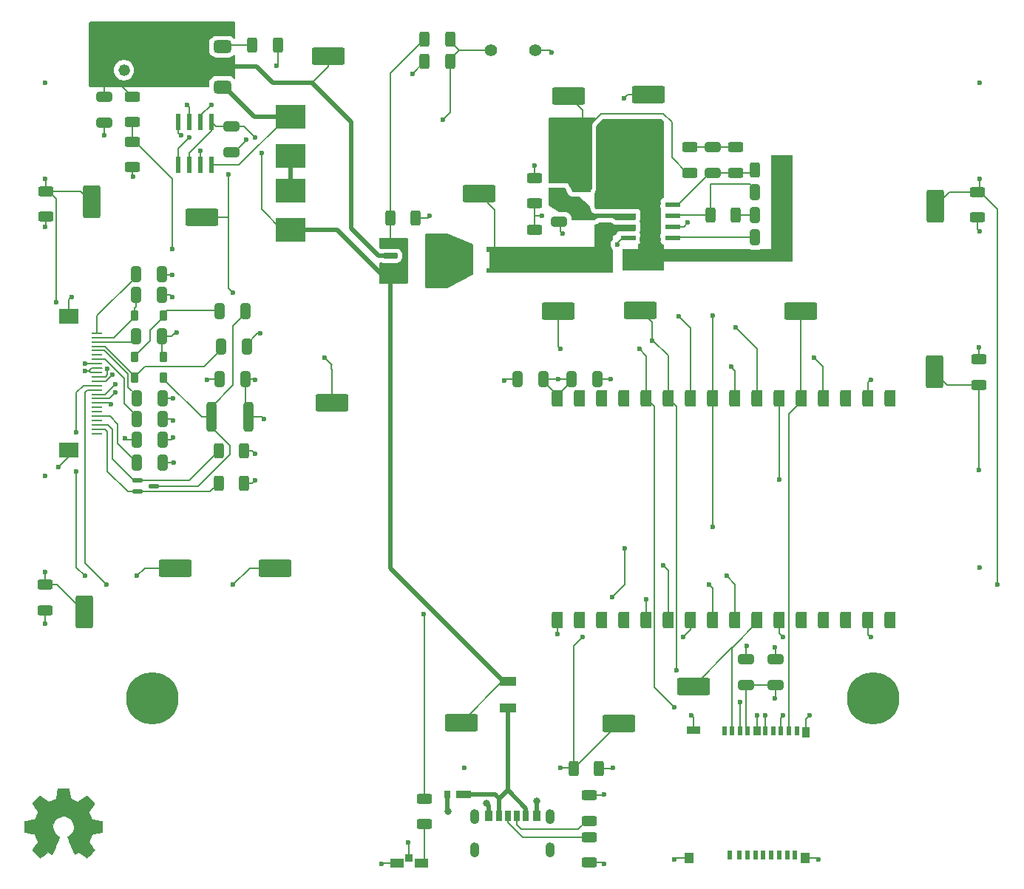
<source format=gbr>
%TF.GenerationSoftware,KiCad,Pcbnew,9.0.7*%
%TF.CreationDate,2026-02-12T15:19:17-05:00*%
%TF.ProjectId,OSHE-Reader-PCB,4f534845-2d52-4656-9164-65722d504342,rev?*%
%TF.SameCoordinates,Original*%
%TF.FileFunction,Copper,L4,Bot*%
%TF.FilePolarity,Positive*%
%FSLAX46Y46*%
G04 Gerber Fmt 4.6, Leading zero omitted, Abs format (unit mm)*
G04 Created by KiCad (PCBNEW 9.0.7) date 2026-02-12 15:19:17*
%MOMM*%
%LPD*%
G01*
G04 APERTURE LIST*
G04 Aperture macros list*
%AMRoundRect*
0 Rectangle with rounded corners*
0 $1 Rounding radius*
0 $2 $3 $4 $5 $6 $7 $8 $9 X,Y pos of 4 corners*
0 Add a 4 corners polygon primitive as box body*
4,1,4,$2,$3,$4,$5,$6,$7,$8,$9,$2,$3,0*
0 Add four circle primitives for the rounded corners*
1,1,$1+$1,$2,$3*
1,1,$1+$1,$4,$5*
1,1,$1+$1,$6,$7*
1,1,$1+$1,$8,$9*
0 Add four rect primitives between the rounded corners*
20,1,$1+$1,$2,$3,$4,$5,0*
20,1,$1+$1,$4,$5,$6,$7,0*
20,1,$1+$1,$6,$7,$8,$9,0*
20,1,$1+$1,$8,$9,$2,$3,0*%
G04 Aperture macros list end*
%TA.AperFunction,EtchedComponent*%
%ADD10C,0.010000*%
%TD*%
%TA.AperFunction,WasherPad*%
%ADD11C,6.000000*%
%TD*%
%TA.AperFunction,ComponentPad*%
%ADD12C,1.400000*%
%TD*%
%TA.AperFunction,SMDPad,CuDef*%
%ADD13RoundRect,0.250000X0.625000X-0.312500X0.625000X0.312500X-0.625000X0.312500X-0.625000X-0.312500X0*%
%TD*%
%TA.AperFunction,SMDPad,CuDef*%
%ADD14RoundRect,0.250000X-0.325000X-0.650000X0.325000X-0.650000X0.325000X0.650000X-0.325000X0.650000X0*%
%TD*%
%TA.AperFunction,SMDPad,CuDef*%
%ADD15RoundRect,0.250000X-0.312500X-0.625000X0.312500X-0.625000X0.312500X0.625000X-0.312500X0.625000X0*%
%TD*%
%TA.AperFunction,SMDPad,CuDef*%
%ADD16RoundRect,0.250000X0.650000X-0.325000X0.650000X0.325000X-0.650000X0.325000X-0.650000X-0.325000X0*%
%TD*%
%TA.AperFunction,SMDPad,CuDef*%
%ADD17RoundRect,0.250000X0.325000X0.650000X-0.325000X0.650000X-0.325000X-0.650000X0.325000X-0.650000X0*%
%TD*%
%TA.AperFunction,SMDPad,CuDef*%
%ADD18RoundRect,0.250000X-1.650000X-0.750000X1.650000X-0.750000X1.650000X0.750000X-1.650000X0.750000X0*%
%TD*%
%TA.AperFunction,SMDPad,CuDef*%
%ADD19RoundRect,0.250000X-0.625000X0.312500X-0.625000X-0.312500X0.625000X-0.312500X0.625000X0.312500X0*%
%TD*%
%TA.AperFunction,SMDPad,CuDef*%
%ADD20R,1.295400X0.254000*%
%TD*%
%TA.AperFunction,SMDPad,CuDef*%
%ADD21R,2.209800X1.803400*%
%TD*%
%TA.AperFunction,SMDPad,CuDef*%
%ADD22RoundRect,0.250000X-0.650000X0.325000X-0.650000X-0.325000X0.650000X-0.325000X0.650000X0.325000X0*%
%TD*%
%TA.AperFunction,SMDPad,CuDef*%
%ADD23RoundRect,0.250000X-0.750000X1.650000X-0.750000X-1.650000X0.750000X-1.650000X0.750000X1.650000X0*%
%TD*%
%TA.AperFunction,ComponentPad*%
%ADD24C,1.320800*%
%TD*%
%TA.AperFunction,SMDPad,CuDef*%
%ADD25RoundRect,0.250000X1.650000X0.750000X-1.650000X0.750000X-1.650000X-0.750000X1.650000X-0.750000X0*%
%TD*%
%TA.AperFunction,SMDPad,CuDef*%
%ADD26RoundRect,0.250000X0.700000X-0.275000X0.700000X0.275000X-0.700000X0.275000X-0.700000X-0.275000X0*%
%TD*%
%TA.AperFunction,SMDPad,CuDef*%
%ADD27RoundRect,0.225000X0.225000X0.375000X-0.225000X0.375000X-0.225000X-0.375000X0.225000X-0.375000X0*%
%TD*%
%TA.AperFunction,SMDPad,CuDef*%
%ADD28R,3.429000X2.819400*%
%TD*%
%TA.AperFunction,SMDPad,CuDef*%
%ADD29R,0.990600X1.905000*%
%TD*%
%TA.AperFunction,SMDPad,CuDef*%
%ADD30RoundRect,0.250000X0.312500X0.625000X-0.312500X0.625000X-0.312500X-0.625000X0.312500X-0.625000X0*%
%TD*%
%TA.AperFunction,SMDPad,CuDef*%
%ADD31R,1.905000X0.990600*%
%TD*%
%TA.AperFunction,SMDPad,CuDef*%
%ADD32R,1.803400X0.838200*%
%TD*%
%TA.AperFunction,SMDPad,CuDef*%
%ADD33R,0.711200X0.838200*%
%TD*%
%TA.AperFunction,SMDPad,CuDef*%
%ADD34R,1.816100X0.558800*%
%TD*%
%TA.AperFunction,SMDPad,CuDef*%
%ADD35R,2.387600X3.098800*%
%TD*%
%TA.AperFunction,SMDPad,CuDef*%
%ADD36RoundRect,0.375000X0.625000X0.375000X-0.625000X0.375000X-0.625000X-0.375000X0.625000X-0.375000X0*%
%TD*%
%TA.AperFunction,SMDPad,CuDef*%
%ADD37RoundRect,0.500000X0.500000X1.400000X-0.500000X1.400000X-0.500000X-1.400000X0.500000X-1.400000X0*%
%TD*%
%TA.AperFunction,SMDPad,CuDef*%
%ADD38RoundRect,0.150000X-0.725000X-0.150000X0.725000X-0.150000X0.725000X0.150000X-0.725000X0.150000X0*%
%TD*%
%TA.AperFunction,SMDPad,CuDef*%
%ADD39RoundRect,0.225000X-0.225000X-0.375000X0.225000X-0.375000X0.225000X0.375000X-0.225000X0.375000X0*%
%TD*%
%TA.AperFunction,WasherPad*%
%ADD40O,1.092200X1.701800*%
%TD*%
%TA.AperFunction,SMDPad,CuDef*%
%ADD41R,0.711200X1.193800*%
%TD*%
%TA.AperFunction,SMDPad,CuDef*%
%ADD42R,0.762000X1.193800*%
%TD*%
%TA.AperFunction,SMDPad,CuDef*%
%ADD43R,0.812800X1.193800*%
%TD*%
%TA.AperFunction,SMDPad,CuDef*%
%ADD44R,0.558800X1.981200*%
%TD*%
%TA.AperFunction,SMDPad,CuDef*%
%ADD45RoundRect,0.250000X0.312500X1.450000X-0.312500X1.450000X-0.312500X-1.450000X0.312500X-1.450000X0*%
%TD*%
%TA.AperFunction,SMDPad,CuDef*%
%ADD46RoundRect,0.190500X-0.444500X0.762000X-0.444500X-0.762000X0.444500X-0.762000X0.444500X0.762000X0*%
%TD*%
%TA.AperFunction,SMDPad,CuDef*%
%ADD47RoundRect,0.125000X-0.487500X-0.125000X0.487500X-0.125000X0.487500X0.125000X-0.487500X0.125000X0*%
%TD*%
%TA.AperFunction,SMDPad,CuDef*%
%ADD48R,0.609600X0.990600*%
%TD*%
%TA.AperFunction,SMDPad,CuDef*%
%ADD49R,0.889000X1.295400*%
%TD*%
%TA.AperFunction,SMDPad,CuDef*%
%ADD50R,0.812800X1.092200*%
%TD*%
%TA.AperFunction,SMDPad,CuDef*%
%ADD51R,1.498600X0.889000*%
%TD*%
%TA.AperFunction,SMDPad,CuDef*%
%ADD52R,1.092200X1.295400*%
%TD*%
%TA.AperFunction,SMDPad,CuDef*%
%ADD53R,1.498600X0.990600*%
%TD*%
%TA.AperFunction,SMDPad,CuDef*%
%ADD54R,0.889000X0.889000*%
%TD*%
%TA.AperFunction,ViaPad*%
%ADD55C,0.600000*%
%TD*%
%TA.AperFunction,ViaPad*%
%ADD56C,0.800000*%
%TD*%
%TA.AperFunction,ViaPad*%
%ADD57C,1.000000*%
%TD*%
%TA.AperFunction,Conductor*%
%ADD58C,0.200000*%
%TD*%
%TA.AperFunction,Conductor*%
%ADD59C,0.500000*%
%TD*%
G04 APERTURE END LIST*
D10*
%TO.C,REF\u002A\u002A*%
X39277977Y-170900427D02*
X39390559Y-171497618D01*
X39805973Y-171668865D01*
X40221386Y-171840112D01*
X40719744Y-171501233D01*
X40818380Y-171434425D01*
X40949140Y-171346734D01*
X41062351Y-171271835D01*
X41152132Y-171213575D01*
X41212604Y-171175800D01*
X41237887Y-171162353D01*
X41253415Y-171171916D01*
X41299830Y-171211985D01*
X41370073Y-171277742D01*
X41458191Y-171363150D01*
X41558232Y-171462170D01*
X41664245Y-171568764D01*
X41770278Y-171676895D01*
X41870378Y-171780523D01*
X41958595Y-171873613D01*
X42028975Y-171950124D01*
X42075568Y-172004020D01*
X42092422Y-172029262D01*
X42088501Y-172040107D01*
X42061355Y-172088483D01*
X42011782Y-172168097D01*
X41943802Y-172272709D01*
X41861434Y-172396077D01*
X41768696Y-172531961D01*
X41717803Y-172606070D01*
X41630255Y-172735090D01*
X41555196Y-172847689D01*
X41496628Y-172937760D01*
X41458552Y-172999197D01*
X41444971Y-173025895D01*
X41445194Y-173027374D01*
X41457174Y-173061217D01*
X41484659Y-173130326D01*
X41523817Y-173225671D01*
X41570817Y-173338227D01*
X41621828Y-173458965D01*
X41673019Y-173578857D01*
X41720558Y-173688877D01*
X41760614Y-173779995D01*
X41789356Y-173843186D01*
X41802953Y-173869420D01*
X41810998Y-173871747D01*
X41859878Y-173882243D01*
X41946995Y-173899631D01*
X42065376Y-173922550D01*
X42208047Y-173949644D01*
X42368036Y-173979551D01*
X42452358Y-173995408D01*
X42607126Y-174025662D01*
X42742447Y-174053602D01*
X42850925Y-174077624D01*
X42925163Y-174096123D01*
X42957765Y-174107493D01*
X42963621Y-174118766D01*
X42973335Y-174173841D01*
X42980967Y-174265572D01*
X42986523Y-174385328D01*
X42990009Y-174524476D01*
X42991430Y-174674386D01*
X42990793Y-174826427D01*
X42988103Y-174971967D01*
X42983367Y-175102376D01*
X42976590Y-175209021D01*
X42967779Y-175283273D01*
X42956938Y-175316500D01*
X42950360Y-175320248D01*
X42901298Y-175336324D01*
X42816190Y-175357593D01*
X42704873Y-175381727D01*
X42577183Y-175406398D01*
X42534100Y-175414255D01*
X42335116Y-175450797D01*
X42178731Y-175480165D01*
X42059526Y-175503576D01*
X41972080Y-175522249D01*
X41910971Y-175537401D01*
X41870778Y-175550250D01*
X41846081Y-175562013D01*
X41831459Y-175573908D01*
X41829759Y-175575904D01*
X41805847Y-175617526D01*
X41770462Y-175693685D01*
X41727035Y-175795448D01*
X41678994Y-175913879D01*
X41629768Y-176040044D01*
X41582788Y-176165009D01*
X41541483Y-176279839D01*
X41509282Y-176375599D01*
X41489614Y-176443355D01*
X41485908Y-176474172D01*
X41488386Y-176478170D01*
X41514032Y-176516839D01*
X41562263Y-176588162D01*
X41628605Y-176685569D01*
X41708589Y-176802489D01*
X41797741Y-176932353D01*
X41822208Y-176968083D01*
X41908246Y-177096245D01*
X41982602Y-177210863D01*
X42041031Y-177305142D01*
X42079290Y-177372284D01*
X42093135Y-177405490D01*
X42090152Y-177414220D01*
X42059054Y-177457237D01*
X41997698Y-177527485D01*
X41910480Y-177620234D01*
X41801792Y-177730757D01*
X41676028Y-177854326D01*
X41604143Y-177923490D01*
X41490483Y-178031212D01*
X41391000Y-178123480D01*
X41311038Y-178195436D01*
X41255938Y-178242223D01*
X41231041Y-178258982D01*
X41213936Y-178252770D01*
X41161272Y-178223381D01*
X41084792Y-178175318D01*
X40994472Y-178114667D01*
X40930255Y-178070408D01*
X40802048Y-177982516D01*
X40665237Y-177889170D01*
X40540275Y-177804346D01*
X40295480Y-177638770D01*
X40089993Y-177749875D01*
X40041607Y-177775520D01*
X39953613Y-177819385D01*
X39885566Y-177849669D01*
X39849199Y-177860961D01*
X39837297Y-177846460D01*
X39807743Y-177791247D01*
X39764091Y-177700217D01*
X39708769Y-177579147D01*
X39644206Y-177433814D01*
X39572832Y-177269996D01*
X39497075Y-177093468D01*
X39419365Y-176910008D01*
X39342130Y-176725393D01*
X39267799Y-176545401D01*
X39198801Y-176375807D01*
X39137566Y-176222390D01*
X39086522Y-176090925D01*
X39048098Y-175987191D01*
X39024723Y-175916964D01*
X39018826Y-175886021D01*
X39019226Y-175885117D01*
X39046692Y-175856512D01*
X39104142Y-175811712D01*
X39179716Y-175760006D01*
X39203570Y-175744217D01*
X39385078Y-175594429D01*
X39535296Y-175416022D01*
X39650670Y-175216420D01*
X39727643Y-175003052D01*
X39762657Y-174783342D01*
X39752156Y-174564717D01*
X39709620Y-174370266D01*
X39633246Y-174173912D01*
X39521908Y-173998739D01*
X39369117Y-173832337D01*
X39309082Y-173779179D01*
X39115001Y-173648206D01*
X38905342Y-173559999D01*
X38686180Y-173513767D01*
X38463590Y-173508722D01*
X38243650Y-173544075D01*
X38032433Y-173619034D01*
X37836016Y-173732812D01*
X37660475Y-173884618D01*
X37511885Y-174073664D01*
X37483317Y-174120479D01*
X37386216Y-174334459D01*
X37334646Y-174557281D01*
X37327257Y-174783177D01*
X37362698Y-175006374D01*
X37439619Y-175221102D01*
X37556669Y-175421591D01*
X37712498Y-175602069D01*
X37905756Y-175756765D01*
X37912032Y-175760934D01*
X37986805Y-175813625D01*
X38042847Y-175858424D01*
X38068443Y-175886021D01*
X38065213Y-175907657D01*
X38045133Y-175970654D01*
X38009527Y-176068293D01*
X37960823Y-176194797D01*
X37901451Y-176344387D01*
X37833837Y-176511285D01*
X37760409Y-176689712D01*
X37683597Y-176873891D01*
X37605827Y-177058042D01*
X37529528Y-177236388D01*
X37457127Y-177403150D01*
X37391053Y-177552549D01*
X37333735Y-177678809D01*
X37287598Y-177776149D01*
X37255073Y-177838793D01*
X37238586Y-177860961D01*
X37224876Y-177857958D01*
X37171013Y-177836381D01*
X37091407Y-177798548D01*
X36997793Y-177749875D01*
X36792305Y-177638770D01*
X36547510Y-177804346D01*
X36475188Y-177853375D01*
X36340669Y-177944984D01*
X36206558Y-178036740D01*
X36093313Y-178114667D01*
X36030814Y-178157136D01*
X35949582Y-178209899D01*
X35889352Y-178246020D01*
X35859934Y-178259412D01*
X35847296Y-178253726D01*
X35801610Y-178218900D01*
X35731181Y-178157584D01*
X35642139Y-178075809D01*
X35540615Y-177979606D01*
X35432738Y-177875006D01*
X35324638Y-177768041D01*
X35222446Y-177664740D01*
X35132293Y-177571137D01*
X35060308Y-177493261D01*
X35012621Y-177437144D01*
X34995363Y-177408817D01*
X34996358Y-177403427D01*
X35016898Y-177359559D01*
X35060777Y-177283662D01*
X35123755Y-177182591D01*
X35201591Y-177063203D01*
X35290045Y-176932353D01*
X35314852Y-176896260D01*
X35401961Y-176769255D01*
X35478690Y-176656973D01*
X35540567Y-176565985D01*
X35583120Y-176502861D01*
X35601877Y-176474172D01*
X35602338Y-176472942D01*
X35596802Y-176437843D01*
X35575663Y-176366739D01*
X35542348Y-176268565D01*
X35500288Y-176152257D01*
X35452913Y-176026748D01*
X35403651Y-175900973D01*
X35355932Y-175783867D01*
X35313185Y-175684365D01*
X35278840Y-175611400D01*
X35256326Y-175573908D01*
X35254071Y-175571580D01*
X35237951Y-175559804D01*
X35210726Y-175547928D01*
X35166976Y-175534736D01*
X35101278Y-175519009D01*
X35008213Y-175499529D01*
X34882359Y-175475079D01*
X34718296Y-175444441D01*
X34510602Y-175406398D01*
X34467524Y-175398391D01*
X34344120Y-175373639D01*
X34240315Y-175350188D01*
X34165944Y-175330365D01*
X34130847Y-175316500D01*
X34124975Y-175304932D01*
X34115186Y-175249365D01*
X34107428Y-175157245D01*
X34101708Y-175037206D01*
X34098032Y-174897877D01*
X34096405Y-174747890D01*
X34096834Y-174595876D01*
X34099325Y-174450467D01*
X34103883Y-174320292D01*
X34110514Y-174213985D01*
X34119225Y-174140174D01*
X34130020Y-174107493D01*
X34141042Y-174102665D01*
X34195874Y-174087446D01*
X34288556Y-174065921D01*
X34411694Y-174039694D01*
X34557891Y-174010369D01*
X34719750Y-173979551D01*
X34808127Y-173963086D01*
X34959602Y-173934534D01*
X35089983Y-173909532D01*
X35192298Y-173889440D01*
X35259571Y-173875617D01*
X35284832Y-173869420D01*
X35285782Y-173868143D01*
X35301869Y-173835692D01*
X35332537Y-173767707D01*
X35373954Y-173673209D01*
X35422284Y-173561219D01*
X35473697Y-173440755D01*
X35524357Y-173320839D01*
X35570432Y-173210490D01*
X35608089Y-173118728D01*
X35633494Y-173054574D01*
X35642814Y-173027047D01*
X35638703Y-173017361D01*
X35611343Y-172971273D01*
X35561713Y-172893695D01*
X35493803Y-172790716D01*
X35411598Y-172668422D01*
X35319089Y-172532901D01*
X35268335Y-172458684D01*
X35180746Y-172328564D01*
X35105650Y-172214367D01*
X35047050Y-172122321D01*
X35008952Y-172058653D01*
X34995363Y-172029592D01*
X35004806Y-172013828D01*
X35044303Y-171966726D01*
X35109101Y-171895441D01*
X35193252Y-171806015D01*
X35290807Y-171704487D01*
X35395817Y-171596898D01*
X35502336Y-171489289D01*
X35604414Y-171387700D01*
X35696103Y-171298172D01*
X35771455Y-171226744D01*
X35824523Y-171179458D01*
X35849357Y-171162353D01*
X35863142Y-171169004D01*
X35913761Y-171199847D01*
X35995448Y-171252338D01*
X36102315Y-171322630D01*
X36228475Y-171406877D01*
X36368042Y-171501233D01*
X36866399Y-171840112D01*
X37281813Y-171668865D01*
X37697226Y-171497618D01*
X37809808Y-170900427D01*
X37922391Y-170303235D01*
X39165394Y-170303235D01*
X39277977Y-170900427D01*
%TA.AperFunction,EtchedComponent*%
G36*
X39277977Y-170900427D02*
G01*
X39390559Y-171497618D01*
X39805973Y-171668865D01*
X40221386Y-171840112D01*
X40719744Y-171501233D01*
X40818380Y-171434425D01*
X40949140Y-171346734D01*
X41062351Y-171271835D01*
X41152132Y-171213575D01*
X41212604Y-171175800D01*
X41237887Y-171162353D01*
X41253415Y-171171916D01*
X41299830Y-171211985D01*
X41370073Y-171277742D01*
X41458191Y-171363150D01*
X41558232Y-171462170D01*
X41664245Y-171568764D01*
X41770278Y-171676895D01*
X41870378Y-171780523D01*
X41958595Y-171873613D01*
X42028975Y-171950124D01*
X42075568Y-172004020D01*
X42092422Y-172029262D01*
X42088501Y-172040107D01*
X42061355Y-172088483D01*
X42011782Y-172168097D01*
X41943802Y-172272709D01*
X41861434Y-172396077D01*
X41768696Y-172531961D01*
X41717803Y-172606070D01*
X41630255Y-172735090D01*
X41555196Y-172847689D01*
X41496628Y-172937760D01*
X41458552Y-172999197D01*
X41444971Y-173025895D01*
X41445194Y-173027374D01*
X41457174Y-173061217D01*
X41484659Y-173130326D01*
X41523817Y-173225671D01*
X41570817Y-173338227D01*
X41621828Y-173458965D01*
X41673019Y-173578857D01*
X41720558Y-173688877D01*
X41760614Y-173779995D01*
X41789356Y-173843186D01*
X41802953Y-173869420D01*
X41810998Y-173871747D01*
X41859878Y-173882243D01*
X41946995Y-173899631D01*
X42065376Y-173922550D01*
X42208047Y-173949644D01*
X42368036Y-173979551D01*
X42452358Y-173995408D01*
X42607126Y-174025662D01*
X42742447Y-174053602D01*
X42850925Y-174077624D01*
X42925163Y-174096123D01*
X42957765Y-174107493D01*
X42963621Y-174118766D01*
X42973335Y-174173841D01*
X42980967Y-174265572D01*
X42986523Y-174385328D01*
X42990009Y-174524476D01*
X42991430Y-174674386D01*
X42990793Y-174826427D01*
X42988103Y-174971967D01*
X42983367Y-175102376D01*
X42976590Y-175209021D01*
X42967779Y-175283273D01*
X42956938Y-175316500D01*
X42950360Y-175320248D01*
X42901298Y-175336324D01*
X42816190Y-175357593D01*
X42704873Y-175381727D01*
X42577183Y-175406398D01*
X42534100Y-175414255D01*
X42335116Y-175450797D01*
X42178731Y-175480165D01*
X42059526Y-175503576D01*
X41972080Y-175522249D01*
X41910971Y-175537401D01*
X41870778Y-175550250D01*
X41846081Y-175562013D01*
X41831459Y-175573908D01*
X41829759Y-175575904D01*
X41805847Y-175617526D01*
X41770462Y-175693685D01*
X41727035Y-175795448D01*
X41678994Y-175913879D01*
X41629768Y-176040044D01*
X41582788Y-176165009D01*
X41541483Y-176279839D01*
X41509282Y-176375599D01*
X41489614Y-176443355D01*
X41485908Y-176474172D01*
X41488386Y-176478170D01*
X41514032Y-176516839D01*
X41562263Y-176588162D01*
X41628605Y-176685569D01*
X41708589Y-176802489D01*
X41797741Y-176932353D01*
X41822208Y-176968083D01*
X41908246Y-177096245D01*
X41982602Y-177210863D01*
X42041031Y-177305142D01*
X42079290Y-177372284D01*
X42093135Y-177405490D01*
X42090152Y-177414220D01*
X42059054Y-177457237D01*
X41997698Y-177527485D01*
X41910480Y-177620234D01*
X41801792Y-177730757D01*
X41676028Y-177854326D01*
X41604143Y-177923490D01*
X41490483Y-178031212D01*
X41391000Y-178123480D01*
X41311038Y-178195436D01*
X41255938Y-178242223D01*
X41231041Y-178258982D01*
X41213936Y-178252770D01*
X41161272Y-178223381D01*
X41084792Y-178175318D01*
X40994472Y-178114667D01*
X40930255Y-178070408D01*
X40802048Y-177982516D01*
X40665237Y-177889170D01*
X40540275Y-177804346D01*
X40295480Y-177638770D01*
X40089993Y-177749875D01*
X40041607Y-177775520D01*
X39953613Y-177819385D01*
X39885566Y-177849669D01*
X39849199Y-177860961D01*
X39837297Y-177846460D01*
X39807743Y-177791247D01*
X39764091Y-177700217D01*
X39708769Y-177579147D01*
X39644206Y-177433814D01*
X39572832Y-177269996D01*
X39497075Y-177093468D01*
X39419365Y-176910008D01*
X39342130Y-176725393D01*
X39267799Y-176545401D01*
X39198801Y-176375807D01*
X39137566Y-176222390D01*
X39086522Y-176090925D01*
X39048098Y-175987191D01*
X39024723Y-175916964D01*
X39018826Y-175886021D01*
X39019226Y-175885117D01*
X39046692Y-175856512D01*
X39104142Y-175811712D01*
X39179716Y-175760006D01*
X39203570Y-175744217D01*
X39385078Y-175594429D01*
X39535296Y-175416022D01*
X39650670Y-175216420D01*
X39727643Y-175003052D01*
X39762657Y-174783342D01*
X39752156Y-174564717D01*
X39709620Y-174370266D01*
X39633246Y-174173912D01*
X39521908Y-173998739D01*
X39369117Y-173832337D01*
X39309082Y-173779179D01*
X39115001Y-173648206D01*
X38905342Y-173559999D01*
X38686180Y-173513767D01*
X38463590Y-173508722D01*
X38243650Y-173544075D01*
X38032433Y-173619034D01*
X37836016Y-173732812D01*
X37660475Y-173884618D01*
X37511885Y-174073664D01*
X37483317Y-174120479D01*
X37386216Y-174334459D01*
X37334646Y-174557281D01*
X37327257Y-174783177D01*
X37362698Y-175006374D01*
X37439619Y-175221102D01*
X37556669Y-175421591D01*
X37712498Y-175602069D01*
X37905756Y-175756765D01*
X37912032Y-175760934D01*
X37986805Y-175813625D01*
X38042847Y-175858424D01*
X38068443Y-175886021D01*
X38065213Y-175907657D01*
X38045133Y-175970654D01*
X38009527Y-176068293D01*
X37960823Y-176194797D01*
X37901451Y-176344387D01*
X37833837Y-176511285D01*
X37760409Y-176689712D01*
X37683597Y-176873891D01*
X37605827Y-177058042D01*
X37529528Y-177236388D01*
X37457127Y-177403150D01*
X37391053Y-177552549D01*
X37333735Y-177678809D01*
X37287598Y-177776149D01*
X37255073Y-177838793D01*
X37238586Y-177860961D01*
X37224876Y-177857958D01*
X37171013Y-177836381D01*
X37091407Y-177798548D01*
X36997793Y-177749875D01*
X36792305Y-177638770D01*
X36547510Y-177804346D01*
X36475188Y-177853375D01*
X36340669Y-177944984D01*
X36206558Y-178036740D01*
X36093313Y-178114667D01*
X36030814Y-178157136D01*
X35949582Y-178209899D01*
X35889352Y-178246020D01*
X35859934Y-178259412D01*
X35847296Y-178253726D01*
X35801610Y-178218900D01*
X35731181Y-178157584D01*
X35642139Y-178075809D01*
X35540615Y-177979606D01*
X35432738Y-177875006D01*
X35324638Y-177768041D01*
X35222446Y-177664740D01*
X35132293Y-177571137D01*
X35060308Y-177493261D01*
X35012621Y-177437144D01*
X34995363Y-177408817D01*
X34996358Y-177403427D01*
X35016898Y-177359559D01*
X35060777Y-177283662D01*
X35123755Y-177182591D01*
X35201591Y-177063203D01*
X35290045Y-176932353D01*
X35314852Y-176896260D01*
X35401961Y-176769255D01*
X35478690Y-176656973D01*
X35540567Y-176565985D01*
X35583120Y-176502861D01*
X35601877Y-176474172D01*
X35602338Y-176472942D01*
X35596802Y-176437843D01*
X35575663Y-176366739D01*
X35542348Y-176268565D01*
X35500288Y-176152257D01*
X35452913Y-176026748D01*
X35403651Y-175900973D01*
X35355932Y-175783867D01*
X35313185Y-175684365D01*
X35278840Y-175611400D01*
X35256326Y-175573908D01*
X35254071Y-175571580D01*
X35237951Y-175559804D01*
X35210726Y-175547928D01*
X35166976Y-175534736D01*
X35101278Y-175519009D01*
X35008213Y-175499529D01*
X34882359Y-175475079D01*
X34718296Y-175444441D01*
X34510602Y-175406398D01*
X34467524Y-175398391D01*
X34344120Y-175373639D01*
X34240315Y-175350188D01*
X34165944Y-175330365D01*
X34130847Y-175316500D01*
X34124975Y-175304932D01*
X34115186Y-175249365D01*
X34107428Y-175157245D01*
X34101708Y-175037206D01*
X34098032Y-174897877D01*
X34096405Y-174747890D01*
X34096834Y-174595876D01*
X34099325Y-174450467D01*
X34103883Y-174320292D01*
X34110514Y-174213985D01*
X34119225Y-174140174D01*
X34130020Y-174107493D01*
X34141042Y-174102665D01*
X34195874Y-174087446D01*
X34288556Y-174065921D01*
X34411694Y-174039694D01*
X34557891Y-174010369D01*
X34719750Y-173979551D01*
X34808127Y-173963086D01*
X34959602Y-173934534D01*
X35089983Y-173909532D01*
X35192298Y-173889440D01*
X35259571Y-173875617D01*
X35284832Y-173869420D01*
X35285782Y-173868143D01*
X35301869Y-173835692D01*
X35332537Y-173767707D01*
X35373954Y-173673209D01*
X35422284Y-173561219D01*
X35473697Y-173440755D01*
X35524357Y-173320839D01*
X35570432Y-173210490D01*
X35608089Y-173118728D01*
X35633494Y-173054574D01*
X35642814Y-173027047D01*
X35638703Y-173017361D01*
X35611343Y-172971273D01*
X35561713Y-172893695D01*
X35493803Y-172790716D01*
X35411598Y-172668422D01*
X35319089Y-172532901D01*
X35268335Y-172458684D01*
X35180746Y-172328564D01*
X35105650Y-172214367D01*
X35047050Y-172122321D01*
X35008952Y-172058653D01*
X34995363Y-172029592D01*
X35004806Y-172013828D01*
X35044303Y-171966726D01*
X35109101Y-171895441D01*
X35193252Y-171806015D01*
X35290807Y-171704487D01*
X35395817Y-171596898D01*
X35502336Y-171489289D01*
X35604414Y-171387700D01*
X35696103Y-171298172D01*
X35771455Y-171226744D01*
X35824523Y-171179458D01*
X35849357Y-171162353D01*
X35863142Y-171169004D01*
X35913761Y-171199847D01*
X35995448Y-171252338D01*
X36102315Y-171322630D01*
X36228475Y-171406877D01*
X36368042Y-171501233D01*
X36866399Y-171840112D01*
X37281813Y-171668865D01*
X37697226Y-171497618D01*
X37809808Y-170900427D01*
X37922391Y-170303235D01*
X39165394Y-170303235D01*
X39277977Y-170900427D01*
G37*
%TD.AperFunction*%
%TD*%
D11*
%TO.P,H2,*%
%TO.N,*%
X131250000Y-160000000D03*
%TD*%
D12*
%TO.P,TH2,1*%
%TO.N,/Battery Charging/TS*%
X87490000Y-85775800D03*
%TO.P,TH2,2*%
%TO.N,GND*%
X92570000Y-85775800D03*
%TD*%
D11*
%TO.P,H1,*%
%TO.N,*%
X48750000Y-160000000D03*
%TD*%
D13*
%TO.P,R17,1*%
%TO.N,/Buttons/RightButton*%
X143432900Y-124091550D03*
%TO.P,R17,2*%
%TO.N,GND*%
X143432900Y-121166550D03*
%TD*%
D14*
%TO.P,C18,1*%
%TO.N,+3V3*%
X46944373Y-130347939D03*
%TO.P,C18,2*%
%TO.N,GND*%
X49894373Y-130347939D03*
%TD*%
%TO.P,C15,1*%
%TO.N,/Display Connector/PREVGH*%
X56608450Y-119732900D03*
%TO.P,C15,2*%
%TO.N,GND*%
X59558450Y-119732900D03*
%TD*%
D15*
%TO.P,R20,1*%
%TO.N,/Display Connector/GDR*%
X56324050Y-135342900D03*
%TO.P,R20,2*%
%TO.N,GND*%
X59249050Y-135342900D03*
%TD*%
%TO.P,R5,1*%
%TO.N,Net-(Q1-B)*%
X60192500Y-85195000D03*
%TO.P,R5,2*%
%TO.N,Net-(U1-CC)*%
X63117500Y-85195000D03*
%TD*%
D16*
%TO.P,C9,1*%
%TO.N,Net-(U3-VSENSE)*%
X112931726Y-99800000D03*
%TO.P,C9,2*%
%TO.N,Net-(C9-Pad2)*%
X112931726Y-96850000D03*
%TD*%
D17*
%TO.P,C12,1*%
%TO.N,+3V3*%
X93500000Y-123475000D03*
%TO.P,C12,2*%
%TO.N,GND*%
X90550000Y-123475000D03*
%TD*%
D14*
%TO.P,C4,1*%
%TO.N,/Buck Converter/VIN*%
X100504228Y-109675000D03*
%TO.P,C4,2*%
%TO.N,GND*%
X103454228Y-109675000D03*
%TD*%
D18*
%TO.P,TP_CIPO1,1,1*%
%TO.N,/CIPO*%
X122975000Y-115625000D03*
%TD*%
D19*
%TO.P,R23,1*%
%TO.N,/BAT_STAT*%
X79867100Y-171500950D03*
%TO.P,R23,2*%
%TO.N,Net-(LED1-Pad3)*%
X79867100Y-174425950D03*
%TD*%
D20*
%TO.P,J3,1,NC*%
%TO.N,unconnected-(J3-NC-Pad1)*%
X42429000Y-129674201D03*
%TO.P,J3,2,GDR*%
%TO.N,/Display Connector/GDR*%
X42429000Y-129174202D03*
%TO.P,J3,3,RESE*%
%TO.N,/Display Connector/RESE*%
X42429000Y-128674201D03*
%TO.P,J3,4,NC*%
%TO.N,unconnected-(J3-NC-Pad4)*%
X42429000Y-128174202D03*
%TO.P,J3,5,VSHR*%
%TO.N,Net-(J3-VSHR)*%
X42429000Y-127674200D03*
%TO.P,J3,6,TSCL*%
%TO.N,unconnected-(J3-TSCL-Pad6)*%
X42429000Y-127174201D03*
%TO.P,J3,7,TSDA*%
%TO.N,unconnected-(J3-TSDA-Pad7)*%
X42429000Y-126674202D03*
%TO.P,J3,8,BS*%
%TO.N,GND*%
X42429000Y-126174201D03*
%TO.P,J3,9,BUSY_N*%
%TO.N,/EP_BUSY*%
X42429000Y-125674202D03*
%TO.P,J3,10,RST_N*%
%TO.N,/EP_RESET*%
X42429000Y-125174203D03*
%TO.P,J3,11,DC*%
%TO.N,/EP_D{slash}C*%
X42429000Y-124674201D03*
%TO.P,J3,12,CSB*%
%TO.N,/EP_CS*%
X42429000Y-124174202D03*
%TO.P,J3,13,SCLK*%
%TO.N,/SCK*%
X42429000Y-123674200D03*
%TO.P,J3,14,SDI*%
%TO.N,/COPI*%
X42429000Y-123174202D03*
%TO.P,J3,15,VDDIO*%
%TO.N,+3V3*%
X42429000Y-122674203D03*
%TO.P,J3,16,VDD*%
X42429000Y-122174201D03*
%TO.P,J3,17,VSS*%
%TO.N,GND*%
X42429000Y-121674202D03*
%TO.P,J3,18,VDD_1V8*%
%TO.N,Net-(J3-VDD_1V8)*%
X42429000Y-121174200D03*
%TO.P,J3,19,VOTP*%
%TO.N,unconnected-(J3-VOTP-Pad19)*%
X42429000Y-120674201D03*
%TO.P,J3,20,VSH*%
%TO.N,Net-(J3-VSH)*%
X42429000Y-120174202D03*
%TO.P,J3,21,VGH*%
%TO.N,/Display Connector/PREVGH*%
X42429000Y-119674201D03*
%TO.P,J3,22,VSL*%
%TO.N,Net-(J3-VSL)*%
X42429000Y-119174202D03*
%TO.P,J3,23,VGL*%
%TO.N,/Display Connector/PREVGL*%
X42429000Y-118674200D03*
%TO.P,J3,24,VCOM*%
%TO.N,Net-(J3-VCOM)*%
X42429000Y-118174201D03*
D21*
%TO.P,J3,25*%
%TO.N,GND*%
X39177800Y-116278800D03*
%TO.P,J3,26*%
X39177800Y-131569600D03*
%TD*%
D22*
%TO.P,C2,1*%
%TO.N,/BAT+*%
X43275000Y-91075000D03*
%TO.P,C2,2*%
%TO.N,GND*%
X43275000Y-94025000D03*
%TD*%
D18*
%TO.P,TP_COPI1,1,1*%
%TO.N,/COPI*%
X104625000Y-115575000D03*
%TD*%
D17*
%TO.P,C14,1*%
%TO.N,+3V3*%
X59391550Y-123417100D03*
%TO.P,C14,2*%
%TO.N,GND*%
X56441550Y-123417100D03*
%TD*%
D23*
%TO.P,TP_UP1,1,1*%
%TO.N,/Buttons/UpButton*%
X41775000Y-103125000D03*
%TD*%
D16*
%TO.P,C8,1*%
%TO.N,Net-(U3-BOOT)*%
X95343640Y-105387009D03*
%TO.P,C8,2*%
%TO.N,Net-(U3-PH)*%
X95343640Y-102437009D03*
%TD*%
D14*
%TO.P,C23,1*%
%TO.N,Net-(J3-VCOM)*%
X46858100Y-111432900D03*
%TO.P,C23,2*%
%TO.N,GND*%
X49808100Y-111432900D03*
%TD*%
%TO.P,C19,1*%
%TO.N,Net-(J3-VDD_1V8)*%
X46944373Y-127997939D03*
%TO.P,C19,2*%
%TO.N,GND*%
X49894373Y-127997939D03*
%TD*%
D23*
%TO.P,TP_DOWN1,1,1*%
%TO.N,/Buttons/DownButton*%
X40975000Y-150125000D03*
%TD*%
D18*
%TO.P,TP_EP_RESET1,1,1*%
%TO.N,/EP_RESET*%
X69275000Y-126125000D03*
%TD*%
D24*
%TO.P,J4,1,1*%
%TO.N,/BAT+*%
X43486400Y-88040000D03*
%TO.P,J4,2,2*%
%TO.N,GND*%
X45486401Y-88040000D03*
%TD*%
D25*
%TO.P,TP_HOME1,1,1*%
%TO.N,/Buttons/HomeButton*%
X102125000Y-162925000D03*
%TD*%
D18*
%TO.P,TP_EP_CS1,1,1*%
%TO.N,/EP_CS*%
X51375000Y-145125000D03*
%TD*%
D14*
%TO.P,C22,1*%
%TO.N,/Display Connector/PREVGL*%
X46858100Y-113782900D03*
%TO.P,C22,2*%
%TO.N,GND*%
X49808100Y-113782900D03*
%TD*%
D16*
%TO.P,C25,1*%
%TO.N,+3V3*%
X116725000Y-158450000D03*
%TO.P,C25,2*%
%TO.N,GND*%
X116725000Y-155500000D03*
%TD*%
D23*
%TO.P,TP_RIGHT1,1,1*%
%TO.N,/Buttons/RightButton*%
X138325000Y-122625000D03*
%TD*%
D17*
%TO.P,C10,1*%
%TO.N,GND*%
X100979226Y-95425000D03*
%TO.P,C10,2*%
%TO.N,+3V3*%
X98029226Y-95425000D03*
%TD*%
D26*
%TO.P,L1,1,1*%
%TO.N,Net-(U3-PH)*%
X98004228Y-104310000D03*
%TO.P,L1,2,2*%
%TO.N,+3V3*%
X98004228Y-101160000D03*
%TD*%
D14*
%TO.P,C13,1*%
%TO.N,+3V3*%
X96750000Y-123425000D03*
%TO.P,C13,2*%
%TO.N,GND*%
X99700000Y-123425000D03*
%TD*%
D19*
%TO.P,R21,1*%
%TO.N,/BAT+*%
X46455000Y-91087500D03*
%TO.P,R21,2*%
%TO.N,Net-(U4-GPIO0)*%
X46455000Y-94012500D03*
%TD*%
D17*
%TO.P,C11,1*%
%TO.N,GND*%
X100979226Y-98775000D03*
%TO.P,C11,2*%
%TO.N,+3V3*%
X98029226Y-98775000D03*
%TD*%
D27*
%TO.P,D3,1,K*%
%TO.N,GND*%
X50029470Y-120907548D03*
%TO.P,D3,2,A*%
%TO.N,Net-(D1-K)*%
X46729470Y-120907548D03*
%TD*%
D25*
%TO.P,TP_VBUS1,1,1*%
%TO.N,/Battery Charging/VBUS*%
X84125000Y-162775000D03*
%TD*%
D28*
%TO.P,R_{SNS}2,1*%
%TO.N,Net-(R_{SNS}1-Pad2)*%
X64575000Y-97847900D03*
%TO.P,R_{SNS}2,2*%
%TO.N,Net-(Q1-E)*%
X64575000Y-93352100D03*
%TD*%
D25*
%TO.P,TP_BAT_STAT1,1,1*%
%TO.N,/BAT_STAT*%
X54375000Y-104875000D03*
%TD*%
D29*
%TO.P,F2,1,1*%
%TO.N,/Battery Charging/VOUT*%
X84926400Y-109800000D03*
%TO.P,F2,2,2*%
%TO.N,/Buck Converter/VIN*%
X87923600Y-109800000D03*
%TD*%
D14*
%TO.P,C21,1*%
%TO.N,Net-(J3-VSL)*%
X46888421Y-118548452D03*
%TO.P,C21,2*%
%TO.N,GND*%
X49838421Y-118548452D03*
%TD*%
D25*
%TO.P,TP_BAT+1,1,1*%
%TO.N,/BAT+*%
X68875000Y-86425000D03*
%TD*%
D15*
%TO.P,R6,1*%
%TO.N,/Battery Charging/VBUS*%
X75987500Y-104950000D03*
%TO.P,R6,2*%
%TO.N,GND*%
X78912500Y-104950000D03*
%TD*%
D19*
%TO.P,R12,1*%
%TO.N,Net-(C9-Pad2)*%
X115544226Y-96862500D03*
%TO.P,R12,2*%
%TO.N,Net-(U3-VSENSE)*%
X115544226Y-99787500D03*
%TD*%
D25*
%TO.P,TP_VIN1,1,1*%
%TO.N,/Buck Converter/VIN*%
X86125000Y-102225000D03*
%TD*%
D30*
%TO.P,R4,1*%
%TO.N,/Battery Charging/TS*%
X82852500Y-87035000D03*
%TO.P,R4,2*%
%TO.N,GND*%
X79927500Y-87035000D03*
%TD*%
D13*
%TO.P,R7,1*%
%TO.N,/Buck Converter/VIN*%
X92514226Y-109257500D03*
%TO.P,R7,2*%
%TO.N,Net-(U3-EN)*%
X92514226Y-106332500D03*
%TD*%
D25*
%TO.P,TP_SD_CS1,1,1*%
%TO.N,/SD_CS*%
X110675000Y-158625000D03*
%TD*%
%TO.P,TP_GND1,1,1*%
%TO.N,GND*%
X105550000Y-90825000D03*
%TD*%
D18*
%TO.P,TP_SCK1,1,1*%
%TO.N,/SCK*%
X95225000Y-115625000D03*
%TD*%
D13*
%TO.P,R11,1*%
%TO.N,+3V3*%
X110319226Y-99787500D03*
%TO.P,R11,2*%
%TO.N,Net-(C9-Pad2)*%
X110319226Y-96862500D03*
%TD*%
D31*
%TO.P,F1,1,1*%
%TO.N,/USB-C-Connector/VBUS*%
X89422949Y-161098400D03*
%TO.P,F1,2,2*%
%TO.N,/Battery Charging/VBUS*%
X89422949Y-158101200D03*
%TD*%
D32*
%TO.P,CR1,1*%
%TO.N,/USB-C-Connector/VBUS*%
X84377051Y-171046799D03*
D33*
%TO.P,CR1,2*%
%TO.N,GND*%
X82535551Y-171046799D03*
%TD*%
D34*
%TO.P,U3,1,BOOT*%
%TO.N,Net-(U3-BOOT)*%
X103236595Y-107246100D03*
%TO.P,U3,2,VIN*%
%TO.N,/Buck Converter/VIN*%
X103236595Y-105976100D03*
%TO.P,U3,3,PH*%
%TO.N,Net-(U3-PH)*%
X103236595Y-104706100D03*
%TO.P,U3,4,GND*%
%TO.N,GND*%
X103236595Y-103436100D03*
%TO.P,U3,5,VSENSE*%
%TO.N,Net-(U3-VSENSE)*%
X108329295Y-103436100D03*
%TO.P,U3,6,COMP*%
%TO.N,Net-(U3-COMP)*%
X108329295Y-104706100D03*
%TO.P,U3,7,EN*%
%TO.N,Net-(U3-EN)*%
X108329295Y-105976100D03*
%TO.P,U3,8,SS*%
%TO.N,Net-(U3-SS)*%
X108329295Y-107246100D03*
D35*
%TO.P,U3,9,PAD*%
%TO.N,GND*%
X105782945Y-105341100D03*
%TD*%
D16*
%TO.P,C24,1*%
%TO.N,+3V3*%
X120075000Y-158450000D03*
%TO.P,C24,2*%
%TO.N,GND*%
X120075000Y-155500000D03*
%TD*%
D14*
%TO.P,C17,1*%
%TO.N,Net-(J3-VSHR)*%
X46950000Y-132975000D03*
%TO.P,C17,2*%
%TO.N,GND*%
X49900000Y-132975000D03*
%TD*%
D19*
%TO.P,R1,1*%
%TO.N,GND*%
X98805000Y-171112500D03*
%TO.P,R1,2*%
%TO.N,Net-(J1-CC1)*%
X98805000Y-174037500D03*
%TD*%
%TO.P,R2,1*%
%TO.N,Net-(J1-CC2)*%
X98805000Y-175922500D03*
%TO.P,R2,2*%
%TO.N,GND*%
X98805000Y-178847500D03*
%TD*%
D14*
%TO.P,C20,1*%
%TO.N,Net-(J3-VSH)*%
X46944373Y-125647939D03*
%TO.P,C20,2*%
%TO.N,GND*%
X49894373Y-125647939D03*
%TD*%
%TO.P,C5,1*%
%TO.N,Net-(U3-SS)*%
X117780596Y-107216738D03*
%TO.P,C5,2*%
%TO.N,GND*%
X120730596Y-107216738D03*
%TD*%
D36*
%TO.P,Q1,1,B*%
%TO.N,Net-(Q1-B)*%
X56750000Y-85362500D03*
%TO.P,Q1,2,C*%
%TO.N,/BAT+*%
X56750000Y-87662500D03*
%TO.P,Q1,3,E*%
%TO.N,Net-(Q1-E)*%
X56750000Y-89962500D03*
D37*
%TO.P,Q1,4,C*%
%TO.N,/BAT+*%
X50450000Y-87662500D03*
%TD*%
D38*
%TO.P,U2,1,A*%
%TO.N,/Battery Charging/VBUS*%
X75975000Y-111855000D03*
%TO.P,U2,2,A*%
X75975000Y-110585000D03*
%TO.P,U2,3,S*%
%TO.N,/BAT+*%
X75975000Y-109315000D03*
%TO.P,U2,4,G*%
%TO.N,/Battery Charging/VBUS*%
X75975000Y-108045000D03*
%TO.P,U2,5,D*%
%TO.N,/Battery Charging/VOUT*%
X81125000Y-108045000D03*
%TO.P,U2,6,D*%
X81125000Y-109315000D03*
%TO.P,U2,7,K*%
X81125000Y-110585000D03*
%TO.P,U2,8,K*%
X81125000Y-111855000D03*
%TD*%
D19*
%TO.P,R14,1*%
%TO.N,/Buttons/UpButton*%
X36529050Y-101900400D03*
%TO.P,R14,2*%
%TO.N,GND*%
X36529050Y-104825400D03*
%TD*%
D39*
%TO.P,D2,1,K*%
%TO.N,/Display Connector/PREVGH*%
X46732486Y-123274467D03*
%TO.P,D2,2,A*%
%TO.N,Net-(D2-A)*%
X50032486Y-123274467D03*
%TD*%
D40*
%TO.P,J1,*%
%TO.N,*%
X94320000Y-177345599D03*
X94320000Y-173545600D03*
X85680000Y-177345599D03*
X85680000Y-173545600D03*
D41*
%TO.P,J1,A5,CC1*%
%TO.N,Net-(J1-CC1)*%
X90499999Y-173465599D03*
D42*
%TO.P,J1,A9,VBUS*%
%TO.N,/USB-C-Connector/VBUS*%
X88480000Y-173465599D03*
D43*
%TO.P,J1,A12,GND*%
%TO.N,GND*%
X87250000Y-173465599D03*
D41*
%TO.P,J1,B5,CC2*%
%TO.N,Net-(J1-CC2)*%
X89500001Y-173465599D03*
D42*
%TO.P,J1,B9,VBUS*%
%TO.N,/USB-C-Connector/VBUS*%
X91519936Y-173465716D03*
D43*
%TO.P,J1,B12,GND*%
%TO.N,GND*%
X92749936Y-173465716D03*
%TD*%
D15*
%TO.P,R19,1*%
%TO.N,/Display Connector/RESE*%
X56324050Y-131652900D03*
%TO.P,R19,2*%
%TO.N,GND*%
X59249050Y-131652900D03*
%TD*%
D13*
%TO.P,R8,1*%
%TO.N,Net-(U3-EN)*%
X92548756Y-103311169D03*
%TO.P,R8,2*%
%TO.N,GND*%
X92548756Y-100386169D03*
%TD*%
D19*
%TO.P,R16,1*%
%TO.N,/Buttons/LeftButton*%
X143257100Y-102008450D03*
%TO.P,R16,2*%
%TO.N,GND*%
X143257100Y-104933450D03*
%TD*%
D18*
%TO.P,TP_EP_D/C1,1,1*%
%TO.N,/EP_D{slash}C*%
X62825000Y-145125000D03*
%TD*%
D19*
%TO.P,R22,1*%
%TO.N,Net-(U4-GPIO0)*%
X46455000Y-96252500D03*
%TO.P,R22,2*%
%TO.N,GND*%
X46455000Y-99177500D03*
%TD*%
D44*
%TO.P,U1,1,SNS*%
%TO.N,Net-(Q1-E)*%
X55530000Y-98913800D03*
%TO.P,U1,2,BAT*%
%TO.N,/BAT+*%
X54260000Y-98913800D03*
%TO.P,U1,3,VCC*%
%TO.N,/Battery Charging/VBUS*%
X52990000Y-98913800D03*
%TO.P,U1,4,TS*%
%TO.N,/Battery Charging/TS*%
X51720000Y-98913800D03*
%TO.P,U1,5,STAT*%
%TO.N,/BAT_STAT*%
X51720000Y-93986200D03*
%TO.P,U1,6,VSS*%
%TO.N,GND*%
X52990000Y-93986200D03*
%TO.P,U1,7,CC*%
%TO.N,Net-(U1-CC)*%
X54260000Y-93986200D03*
%TO.P,U1,8,COMP*%
%TO.N,/Battery Charging/VBUS*%
X55530000Y-93986200D03*
%TD*%
D25*
%TO.P,TP_3V3,1,1*%
%TO.N,+3V3*%
X96375000Y-90975000D03*
%TD*%
D15*
%TO.P,R13,1*%
%TO.N,Net-(U3-VSENSE)*%
X117783861Y-99448514D03*
%TO.P,R13,2*%
%TO.N,GND*%
X120708861Y-99448514D03*
%TD*%
D28*
%TO.P,R_{SNS}1,1*%
%TO.N,/Battery Charging/VBUS*%
X64575000Y-106347900D03*
%TO.P,R_{SNS}1,2*%
%TO.N,Net-(R_{SNS}1-Pad2)*%
X64575000Y-101852100D03*
%TD*%
D19*
%TO.P,R15,1*%
%TO.N,/Buttons/DownButton*%
X36447100Y-147008450D03*
%TO.P,R15,2*%
%TO.N,GND*%
X36447100Y-149933450D03*
%TD*%
D45*
%TO.P,L2,1,1*%
%TO.N,+3V3*%
X59754050Y-127782900D03*
%TO.P,L2,2,2*%
%TO.N,Net-(D2-A)*%
X55479050Y-127782900D03*
%TD*%
D14*
%TO.P,C16,1*%
%TO.N,Net-(D1-K)*%
X56441550Y-115617100D03*
%TO.P,C16,2*%
%TO.N,Net-(D2-A)*%
X59391550Y-115617100D03*
%TD*%
D22*
%TO.P,C1,1*%
%TO.N,/Battery Charging/VBUS*%
X57825000Y-94475000D03*
%TO.P,C1,2*%
%TO.N,GND*%
X57825000Y-97425000D03*
%TD*%
D46*
%TO.P,U4,1,3V3*%
%TO.N,+3V3*%
X95140000Y-125640000D03*
%TO.P,U4,2,CHIP_PU*%
%TO.N,unconnected-(U4-CHIP_PU-Pad2)*%
X97680000Y-125640000D03*
%TO.P,U4,3,GPIO4*%
%TO.N,unconnected-(U4-GPIO4-Pad3)*%
X100220000Y-125640000D03*
%TO.P,U4,4,GPIO5*%
%TO.N,unconnected-(U4-GPIO5-Pad4)*%
X102760000Y-125640000D03*
%TO.P,U4,5,GPIO6*%
%TO.N,/SCK*%
X105300000Y-125640000D03*
%TO.P,U4,6,GPIO7*%
%TO.N,/COPI*%
X107840000Y-125640000D03*
%TO.P,U4,7,GPIO0*%
%TO.N,Net-(U4-GPIO0)*%
X110380000Y-125640000D03*
%TO.P,U4,8,GPIO1*%
%TO.N,/BAT_STAT*%
X112920000Y-125640000D03*
%TO.P,U4,9,GPIO8*%
%TO.N,/EP_BUSY*%
X115460000Y-125640000D03*
%TO.P,U4,10,GPIO10*%
%TO.N,/Buttons/UpButton*%
X118000000Y-125640000D03*
%TO.P,U4,11,GPIO11*%
%TO.N,/Buttons/RightButton*%
X120540000Y-125640000D03*
%TO.P,U4,12,GPIO2*%
%TO.N,/CIPO*%
X123080000Y-125640000D03*
%TO.P,U4,13,GPIO3*%
%TO.N,/EP_RESET*%
X125620000Y-125640000D03*
%TO.P,U4,14,5V*%
%TO.N,unconnected-(U4-5V-Pad14)*%
X128160000Y-125640000D03*
%TO.P,U4,15,GND*%
%TO.N,GND*%
X130700000Y-125640000D03*
%TO.P,U4,16,NC*%
%TO.N,unconnected-(U4-NC-Pad16)*%
X133240000Y-125640000D03*
%TO.P,U4,17,GND*%
%TO.N,GND*%
X95140000Y-151000000D03*
%TO.P,U4,18,UART_TXD*%
%TO.N,unconnected-(U4-UART_TXD-Pad18)*%
X97680000Y-151000000D03*
%TO.P,U4,19,UART_RXD*%
%TO.N,unconnected-(U4-UART_RXD-Pad19)*%
X100220000Y-151000000D03*
%TO.P,U4,20,GPIO15*%
%TO.N,unconnected-(U4-GPIO15-Pad20)*%
X102760000Y-151000000D03*
%TO.P,U4,21,GPIO23*%
%TO.N,/Buttons/LeftButton*%
X105300000Y-151000000D03*
%TO.P,U4,22,GPIO22*%
%TO.N,/Buttons/DownButton*%
X107840000Y-151000000D03*
%TO.P,U4,23,GPIO21*%
%TO.N,/Buttons/HomeButton*%
X110380000Y-151000000D03*
%TO.P,U4,24,GPIO20*%
%TO.N,/EP_D{slash}C*%
X112920000Y-151000000D03*
%TO.P,U4,25,GPIO19*%
%TO.N,/EP_CS*%
X115460000Y-151000000D03*
%TO.P,U4,26,GPIO18*%
%TO.N,/SD_CS*%
X118000000Y-151000000D03*
%TO.P,U4,27,GPIO9*%
%TO.N,unconnected-(U4-GPIO9-Pad27)*%
X123080000Y-151000000D03*
%TO.P,U4,28,GND*%
%TO.N,GND*%
X120540000Y-151000000D03*
%TO.P,U4,29,USB_P*%
%TO.N,unconnected-(U4-USB_P-Pad29)*%
X125620000Y-151000000D03*
%TO.P,U4,30,USB_N*%
%TO.N,unconnected-(U4-USB_N-Pad30)*%
X128160000Y-151000000D03*
%TO.P,U4,31,GND*%
%TO.N,GND*%
X130700000Y-151000000D03*
%TO.P,U4,32,NC*%
%TO.N,unconnected-(U4-NC-Pad32)*%
X133240000Y-151000000D03*
%TD*%
D16*
%TO.P,C3,1*%
%TO.N,/Buck Converter/VIN*%
X100604228Y-106075000D03*
%TO.P,C3,2*%
%TO.N,GND*%
X100604228Y-103125000D03*
%TD*%
D47*
%TO.P,Q2,1,G*%
%TO.N,/Display Connector/GDR*%
X47012500Y-136325000D03*
%TO.P,Q2,2,S*%
%TO.N,/Display Connector/RESE*%
X47012500Y-135025000D03*
%TO.P,Q2,3,D*%
%TO.N,Net-(D2-A)*%
X48887500Y-135675000D03*
%TD*%
D14*
%TO.P,C7,1*%
%TO.N,Net-(U3-COMP)*%
X117773327Y-102039599D03*
%TO.P,C7,2*%
%TO.N,GND*%
X120723327Y-102039599D03*
%TD*%
%TO.P,C6,1*%
%TO.N,Net-(C6-Pad1)*%
X117773327Y-104639599D03*
%TO.P,C6,2*%
%TO.N,GND*%
X120723327Y-104639599D03*
%TD*%
D48*
%TO.P,J2,1,DAT2*%
%TO.N,unconnected-(J2-DAT2-Pad1)*%
X114233800Y-163730000D03*
%TO.P,J2,2,CD/DAT3*%
%TO.N,/SD_CS*%
X115133801Y-163730000D03*
%TO.P,J2,3,CMD*%
%TO.N,/COPI*%
X116033799Y-163730000D03*
%TO.P,J2,4,VDD*%
%TO.N,+3V3*%
X116933800Y-163730000D03*
%TO.P,J2,5,CLK*%
%TO.N,/SCK*%
X118933800Y-163730000D03*
%TO.P,J2,6,VSS*%
%TO.N,GND*%
X120733800Y-163730000D03*
%TO.P,J2,7,DAT0*%
%TO.N,/CIPO*%
X121633800Y-163730000D03*
%TO.P,J2,8,DAT1*%
%TO.N,unconnected-(J2-DAT1-Pad8)*%
X122533800Y-163730000D03*
%TO.P,J2,9,VDD2*%
%TO.N,unconnected-(J2-VDD2-Pad9)*%
X114833800Y-177930001D03*
%TO.P,J2,10,VSS*%
%TO.N,unconnected-(J2-VSS-Pad10)*%
X116893800Y-177930001D03*
%TO.P,J2,11,D0+*%
%TO.N,unconnected-(J2-D0+-Pad11)*%
X117803800Y-177930001D03*
%TO.P,J2,12,D0-*%
%TO.N,unconnected-(J2-D0--Pad12)*%
X118713800Y-177930001D03*
%TO.P,J2,13,VSS*%
%TO.N,unconnected-(J2-VSS-Pad13)*%
X119623800Y-177930001D03*
%TO.P,J2,14,D1-*%
%TO.N,unconnected-(J2-D1--Pad14)*%
X120533800Y-177930001D03*
%TO.P,J2,15,D1+*%
%TO.N,unconnected-(J2-D1+-Pad15)*%
X121443800Y-177930001D03*
%TO.P,J2,16,VSS*%
%TO.N,unconnected-(J2-VSS-Pad16)*%
X122353800Y-177930001D03*
%TO.P,J2,17,SWIO*%
%TO.N,unconnected-(J2-SWIO-Pad17)*%
X115983800Y-177930001D03*
%TO.P,J2,18,CD*%
%TO.N,unconnected-(J2-CD-Pad18)*%
X119833800Y-163730000D03*
D49*
%TO.P,J2,19,GND*%
%TO.N,GND*%
X123583800Y-163880000D03*
D50*
%TO.P,J2,20,GND*%
X117983800Y-163780000D03*
D51*
%TO.P,J2,21,GND*%
X110733800Y-163680000D03*
D52*
%TO.P,J2,22,GND*%
X123483800Y-178330001D03*
%TO.P,J2,23,GND*%
X110183800Y-178330001D03*
%TD*%
D27*
%TO.P,D1,1,K*%
%TO.N,Net-(D1-K)*%
X50003450Y-116175000D03*
%TO.P,D1,2,A*%
%TO.N,/Display Connector/PREVGL*%
X46703450Y-116175000D03*
%TD*%
D23*
%TO.P,TP_LEFT1,1,1*%
%TO.N,/Buttons/LeftButton*%
X138375000Y-103625000D03*
%TD*%
D15*
%TO.P,R18,1*%
%TO.N,/Buttons/HomeButton*%
X96970400Y-168058450D03*
%TO.P,R18,2*%
%TO.N,GND*%
X99895400Y-168058450D03*
%TD*%
D53*
%TO.P,LED1,1*%
%TO.N,GND*%
X76756300Y-178935100D03*
D54*
%TO.P,LED1,2*%
X78153300Y-178274700D03*
D53*
%TO.P,LED1,3*%
%TO.N,Net-(LED1-Pad3)*%
X79550300Y-178935100D03*
%TD*%
D15*
%TO.P,R9,1*%
%TO.N,Net-(U3-COMP)*%
X112655827Y-104659599D03*
%TO.P,R9,2*%
%TO.N,Net-(C6-Pad1)*%
X115580827Y-104659599D03*
%TD*%
%TO.P,R3,1*%
%TO.N,/Battery Charging/VBUS*%
X79937500Y-84475000D03*
%TO.P,R3,2*%
%TO.N,/Battery Charging/TS*%
X82862500Y-84475000D03*
%TD*%
D55*
%TO.N,/Battery Charging/VBUS*%
X61250000Y-97500000D03*
X60500000Y-95750000D03*
%TO.N,GND*%
X75000000Y-179000000D03*
X43250000Y-95500000D03*
X55000000Y-123500000D03*
X36500000Y-106000000D03*
X39500000Y-114000000D03*
X118000000Y-162000000D03*
X44000000Y-126274202D03*
D56*
X82600000Y-173000000D03*
D57*
X102750000Y-99500000D03*
X102750000Y-94750000D03*
D55*
X61091350Y-118200000D03*
X105750000Y-107400000D03*
X101200000Y-123400000D03*
X51000000Y-114000000D03*
X36500000Y-151500000D03*
X46500000Y-100250000D03*
X110500000Y-162000000D03*
X51500000Y-118108375D03*
D57*
X102750000Y-96000000D03*
D55*
X104750000Y-107400000D03*
X131000000Y-153000000D03*
X124000000Y-162000000D03*
X60500000Y-132000000D03*
X116800000Y-154000000D03*
X51200000Y-133000000D03*
X92500000Y-99000000D03*
D57*
X102750000Y-98250000D03*
D55*
X51086273Y-125665039D03*
X121000000Y-153000000D03*
X105750000Y-103300000D03*
X95140000Y-152640000D03*
X106750000Y-107425000D03*
X106750000Y-103325000D03*
X100500000Y-179000000D03*
X51086273Y-128165039D03*
X80500000Y-104750000D03*
X104725000Y-103325000D03*
X108500000Y-178500000D03*
X51000000Y-111500000D03*
X125000000Y-178500000D03*
X78500000Y-88500000D03*
X60500000Y-135000000D03*
X121000000Y-162000000D03*
X120000000Y-154200000D03*
X78000000Y-176500000D03*
X52750000Y-92000000D03*
X41000000Y-121674201D03*
X102750000Y-91250000D03*
X89000000Y-123600000D03*
X59500000Y-96000000D03*
X94500000Y-86000000D03*
D56*
X87000000Y-172000000D03*
D55*
X51086273Y-130165039D03*
X100500000Y-171000000D03*
X143400000Y-119800000D03*
X131000000Y-123500000D03*
X101500000Y-168000000D03*
D56*
X92749936Y-171749936D03*
D55*
X38000000Y-133500000D03*
X143500000Y-106500000D03*
%TO.N,+3V3*%
X84500000Y-168000000D03*
X36500000Y-89500000D03*
D57*
X96250000Y-96000000D03*
D55*
X36500000Y-134500000D03*
X41000000Y-122500000D03*
X143500000Y-89500000D03*
D57*
X96250000Y-94750000D03*
D55*
X143500000Y-145000000D03*
X95200000Y-123400000D03*
X120000000Y-160000000D03*
X61500000Y-128000000D03*
D57*
X96250000Y-98250000D03*
D55*
X45600000Y-130200000D03*
X60500000Y-123500000D03*
D57*
X96250000Y-99500000D03*
D55*
%TO.N,/SCK*%
X104500000Y-120000000D03*
X44176702Y-122893731D03*
X108500000Y-161000000D03*
X95500000Y-120000000D03*
X118933800Y-162000000D03*
%TO.N,/COPI*%
X106000000Y-119000000D03*
X108776000Y-156776000D03*
X116033799Y-160400000D03*
X43576700Y-122293731D03*
%TO.N,/EP_RESET*%
X44500000Y-124000000D03*
X68500000Y-121000000D03*
X124500000Y-121000000D03*
%TO.N,/EP_CS*%
X41000000Y-146000000D03*
X40000000Y-129500000D03*
X47000000Y-146000000D03*
X40000000Y-134000000D03*
X114500000Y-146000000D03*
%TO.N,/EP_BUSY*%
X44500000Y-125000000D03*
X115000000Y-122000000D03*
%TO.N,/EP_D{slash}C*%
X58000000Y-147000000D03*
X43500000Y-147000000D03*
X112500000Y-147000000D03*
%TO.N,/Buttons/RightButton*%
X120540000Y-134960000D03*
X143400131Y-133865669D03*
%TO.N,Net-(U4-GPIO0)*%
X51000000Y-108500000D03*
X109000000Y-116250000D03*
%TO.N,/Buttons/DownButton*%
X107250000Y-144750000D03*
X36500000Y-145500000D03*
%TO.N,/BAT_STAT*%
X101400000Y-148400000D03*
X58000000Y-113500000D03*
X52000000Y-95500000D03*
X57500000Y-100000000D03*
X112920000Y-140400000D03*
X102800000Y-142800000D03*
X112920000Y-116170000D03*
X79800000Y-150400000D03*
%TO.N,/BAT+*%
X54250000Y-97250000D03*
%TO.N,Net-(U1-CC)*%
X63000000Y-87500000D03*
X55500000Y-92000000D03*
%TO.N,/Battery Charging/TS*%
X53000000Y-95750000D03*
X82000000Y-93750000D03*
%TO.N,Net-(U3-EN)*%
X110079226Y-105500000D03*
X93329226Y-104750000D03*
%TO.N,/Buttons/LeftButton*%
X105300000Y-148700000D03*
X143500000Y-100500000D03*
X145500000Y-147000000D03*
%TO.N,/Buttons/UpButton*%
X36500000Y-100500000D03*
X37705050Y-114602525D03*
X115500000Y-117508375D03*
%TO.N,/Buttons/HomeButton*%
X95500000Y-168000000D03*
X109500000Y-153000000D03*
X98000000Y-153000000D03*
%TO.N,Net-(U3-BOOT)*%
X95750000Y-106750000D03*
X102000000Y-108000000D03*
%TD*%
D58*
%TO.N,/BAT+*%
X68875000Y-87625000D02*
X67000000Y-89500000D01*
X68875000Y-86425000D02*
X68875000Y-87625000D01*
D59*
%TO.N,Net-(Q1-E)*%
X57037500Y-89962500D02*
X56750000Y-89962500D01*
X64575000Y-93352100D02*
X60427100Y-93352100D01*
X60427100Y-93352100D02*
X57037500Y-89962500D01*
%TO.N,/Battery Charging/VBUS*%
X69897900Y-106347900D02*
X64575000Y-106347900D01*
X75405000Y-111855000D02*
X69897900Y-106347900D01*
X75975000Y-111855000D02*
X75405000Y-111855000D01*
X76000000Y-112750000D02*
X76000000Y-112450000D01*
%TO.N,/BAT+*%
X74615000Y-109315000D02*
X75975000Y-109315000D01*
X71500000Y-94000000D02*
X71500000Y-106200000D01*
X67000000Y-89500000D02*
X71500000Y-94000000D01*
X71500000Y-106200000D02*
X74615000Y-109315000D01*
D58*
%TO.N,/Battery Charging/VBUS*%
X57825000Y-94475000D02*
X59225000Y-94475000D01*
X75987500Y-88425000D02*
X75987500Y-104950000D01*
X84125000Y-162775000D02*
X88798800Y-158101200D01*
X75987500Y-108032500D02*
X75975000Y-108045000D01*
X88798800Y-158101200D02*
X89422949Y-158101200D01*
X56018800Y-94475000D02*
X55530000Y-93986200D01*
D59*
X89422949Y-158101200D02*
X88976200Y-158101200D01*
D58*
X59225000Y-94475000D02*
X60500000Y-95750000D01*
X61250000Y-104000000D02*
X63597900Y-106347900D01*
X61250000Y-97500000D02*
X61250000Y-104000000D01*
D59*
X76000000Y-145125000D02*
X76000000Y-112750000D01*
D58*
X75987500Y-104950000D02*
X75987500Y-108032500D01*
X52990000Y-98913800D02*
X52990000Y-97510000D01*
X79937500Y-84475000D02*
X75987500Y-88425000D01*
X52990000Y-97510000D02*
X55530000Y-94970000D01*
X55530000Y-94970000D02*
X55530000Y-93986200D01*
D59*
X76000000Y-111880000D02*
X75975000Y-111855000D01*
X76000000Y-112750000D02*
X76000000Y-111880000D01*
D58*
X63597900Y-106347900D02*
X64575000Y-106347900D01*
D59*
X88976200Y-158101200D02*
X76000000Y-145125000D01*
D58*
X57825000Y-94475000D02*
X56018800Y-94475000D01*
%TO.N,GND*%
X39177800Y-132322200D02*
X38000000Y-133500000D01*
X59249050Y-131652900D02*
X60152900Y-131652900D01*
X43275000Y-94025000D02*
X43275000Y-95475000D01*
X123483800Y-178330001D02*
X124830001Y-178330001D01*
X116725000Y-155500000D02*
X116725000Y-154075000D01*
X120733800Y-162266200D02*
X121000000Y-162000000D01*
X39177800Y-116278800D02*
X39177800Y-114322200D01*
X92490400Y-86262500D02*
X92490000Y-86262900D01*
X143432900Y-119832900D02*
X143400000Y-119800000D01*
X78153300Y-176653300D02*
X78000000Y-176500000D01*
X49900000Y-132975000D02*
X51175000Y-132975000D01*
X120075000Y-154275000D02*
X120000000Y-154200000D01*
X58150000Y-97425000D02*
X59500000Y-96075000D01*
X42429000Y-126174201D02*
X43899999Y-126174201D01*
X143257100Y-106257100D02*
X143500000Y-106500000D01*
X60152900Y-131652900D02*
X60500000Y-132000000D01*
X89125000Y-123475000D02*
X89000000Y-123600000D01*
X49838421Y-118548452D02*
X49838421Y-120716499D01*
X130700000Y-151000000D02*
X130700000Y-152700000D01*
X39177800Y-114322200D02*
X39500000Y-114000000D01*
X78500000Y-88462500D02*
X78500000Y-88500000D01*
X102750000Y-91250000D02*
X103175000Y-90825000D01*
D59*
X87250000Y-173465599D02*
X87250000Y-172250000D01*
D58*
X59558450Y-119416550D02*
X59558450Y-119732900D01*
X130700000Y-123800000D02*
X131000000Y-123500000D01*
X120075000Y-155500000D02*
X120075000Y-154275000D01*
X46455000Y-100205000D02*
X46500000Y-100250000D01*
X120540000Y-151000000D02*
X120540000Y-152540000D01*
X41674202Y-121674202D02*
X42429000Y-121674202D01*
X36447100Y-151447100D02*
X36500000Y-151500000D01*
X61091350Y-118200000D02*
X60775000Y-118200000D01*
X75064900Y-178935100D02*
X75000000Y-179000000D01*
X51500000Y-118108375D02*
X51391625Y-118108375D01*
X103175000Y-90825000D02*
X105550000Y-90825000D01*
X94275800Y-85775800D02*
X94500000Y-86000000D01*
X92548756Y-100386169D02*
X92548756Y-99048756D01*
X36529050Y-105970950D02*
X36500000Y-106000000D01*
X49894373Y-127997939D02*
X50919173Y-127997939D01*
X51069173Y-125647939D02*
X51086273Y-125665039D01*
X60157100Y-135342900D02*
X60500000Y-135000000D01*
X110183800Y-178330001D02*
X108669999Y-178330001D01*
X130700000Y-152700000D02*
X131000000Y-153000000D01*
X116725000Y-154075000D02*
X116800000Y-154000000D01*
X98805000Y-171112500D02*
X100387500Y-171112500D01*
X90550000Y-123475000D02*
X89125000Y-123475000D01*
X49875200Y-111500000D02*
X49808100Y-111432900D01*
X52990000Y-92240000D02*
X52750000Y-92000000D01*
D59*
X82535551Y-171046799D02*
X82535551Y-172935551D01*
D58*
X51391625Y-118108375D02*
X50951548Y-118548452D01*
X50903373Y-130347939D02*
X51086273Y-130165039D01*
X92570000Y-85775800D02*
X94275800Y-85775800D01*
X39177800Y-131569600D02*
X39177800Y-132322200D01*
X41674201Y-121674201D02*
X41674202Y-121674202D01*
X143257100Y-104933450D02*
X143257100Y-106257100D01*
X59500000Y-96075000D02*
X59500000Y-96000000D01*
X100387500Y-171112500D02*
X100500000Y-171000000D01*
X117983800Y-163780000D02*
X117983800Y-162016200D01*
X76756300Y-178935100D02*
X75064900Y-178935100D01*
X99700000Y-123425000D02*
X101175000Y-123425000D01*
X46455000Y-99177500D02*
X46455000Y-100205000D01*
X79927500Y-87035000D02*
X78500000Y-88462500D01*
X50951548Y-118548452D02*
X49838421Y-118548452D01*
X57825000Y-97425000D02*
X58150000Y-97425000D01*
X95140000Y-152640000D02*
X95140000Y-151000000D01*
X78912500Y-104950000D02*
X80300000Y-104950000D01*
X55082900Y-123417100D02*
X55000000Y-123500000D01*
X82535551Y-172935551D02*
X82600000Y-173000000D01*
X49838421Y-120716499D02*
X50029470Y-120907548D01*
X51000000Y-111500000D02*
X49875200Y-111500000D01*
X120540000Y-152540000D02*
X121000000Y-153000000D01*
X56441550Y-123417100D02*
X55082900Y-123417100D01*
X78153300Y-178274700D02*
X78153300Y-176653300D01*
X98805000Y-178847500D02*
X100347500Y-178847500D01*
X59249050Y-135342900D02*
X60157100Y-135342900D01*
X80300000Y-104950000D02*
X80500000Y-104750000D01*
X50919173Y-127997939D02*
X51086273Y-128165039D01*
X36529050Y-104825400D02*
X36529050Y-105970950D01*
X130700000Y-125640000D02*
X130700000Y-123800000D01*
X110733800Y-162233800D02*
X110500000Y-162000000D01*
X49894373Y-125647939D02*
X51069173Y-125647939D01*
X123583800Y-162416200D02*
X124000000Y-162000000D01*
D59*
X87250000Y-172250000D02*
X87000000Y-172000000D01*
X92749936Y-171749936D02*
X92749936Y-173465716D01*
D58*
X101441550Y-168058450D02*
X101500000Y-168000000D01*
X108669999Y-178330001D02*
X108500000Y-178500000D01*
X43899999Y-126174201D02*
X44000000Y-126274202D01*
X120733800Y-163730000D02*
X120733800Y-162266200D01*
X92548756Y-99048756D02*
X92500000Y-99000000D01*
X49894373Y-130347939D02*
X50903373Y-130347939D01*
X100347500Y-178847500D02*
X100500000Y-179000000D01*
X110733800Y-163680000D02*
X110733800Y-162233800D01*
X51175000Y-132975000D02*
X51200000Y-133000000D01*
X99895400Y-168058450D02*
X101441550Y-168058450D01*
X41000000Y-121674201D02*
X41674201Y-121674201D01*
X60775000Y-118200000D02*
X59558450Y-119416550D01*
X101175000Y-123425000D02*
X101200000Y-123400000D01*
X50782900Y-113782900D02*
X51000000Y-114000000D01*
X52990000Y-93986200D02*
X52990000Y-92240000D01*
X36447100Y-149933450D02*
X36447100Y-151447100D01*
X117983800Y-162016200D02*
X118000000Y-162000000D01*
X123583800Y-163880000D02*
X123583800Y-162416200D01*
X124830001Y-178330001D02*
X125000000Y-178500000D01*
X49808100Y-113782900D02*
X50782900Y-113782900D01*
X143432900Y-121166550D02*
X143432900Y-119832900D01*
X43275000Y-95475000D02*
X43250000Y-95500000D01*
%TO.N,Net-(J1-CC2)*%
X89500001Y-174262499D02*
X89500001Y-173465599D01*
X91160002Y-175922500D02*
X89500001Y-174262499D01*
X98805000Y-175922500D02*
X91160002Y-175922500D01*
%TO.N,Net-(J1-CC1)*%
X97525000Y-175000000D02*
X91025000Y-175000000D01*
X98805000Y-174037500D02*
X98487500Y-174037500D01*
X91025000Y-175000000D02*
X90499999Y-174474999D01*
X98487500Y-174037500D02*
X97525000Y-175000000D01*
X90499999Y-174474999D02*
X90499999Y-173465599D01*
D59*
%TO.N,/USB-C-Connector/VBUS*%
X88030649Y-171046799D02*
X84377051Y-171046799D01*
X89422949Y-170553201D02*
X89422949Y-161098400D01*
X89422949Y-170553201D02*
X91519936Y-172650188D01*
X88480000Y-171496150D02*
X88030649Y-171046799D01*
X88480000Y-171496150D02*
X88480000Y-173465599D01*
X91519936Y-172650188D02*
X91519936Y-173465716D01*
X89422949Y-170553201D02*
X88480000Y-171496150D01*
D58*
%TO.N,Net-(D1-K)*%
X46729470Y-120770530D02*
X48500000Y-119000000D01*
X48500000Y-119000000D02*
X48500000Y-117825000D01*
X46729470Y-120907548D02*
X46729470Y-120770530D01*
X48500000Y-117825000D02*
X50003450Y-116321550D01*
X56441550Y-115617100D02*
X56424450Y-115600000D01*
X50003450Y-116046550D02*
X50003450Y-116175000D01*
X50003450Y-116321550D02*
X50003450Y-116175000D01*
X56424450Y-115600000D02*
X50450000Y-115600000D01*
X50450000Y-115600000D02*
X50003450Y-116046550D01*
%TO.N,/Display Connector/PREVGL*%
X46703450Y-115296550D02*
X46703450Y-116175000D01*
X46858100Y-115141900D02*
X46703450Y-115296550D01*
X46703450Y-116175000D02*
X46703450Y-116323275D01*
X46858100Y-113782900D02*
X46858100Y-115141900D01*
X44352525Y-118674200D02*
X42429000Y-118674200D01*
X46703450Y-116323275D02*
X44352525Y-118674200D01*
%TO.N,/Display Connector/PREVGH*%
X56608450Y-119732900D02*
X56608450Y-120016550D01*
X46732486Y-123057486D02*
X43349201Y-119674201D01*
X46732486Y-123274467D02*
X46732486Y-123057486D01*
X47875000Y-122000000D02*
X46732486Y-123142514D01*
X43349201Y-119674201D02*
X42429000Y-119674201D01*
X46732486Y-123142514D02*
X46732486Y-123274467D01*
X54625000Y-122000000D02*
X47875000Y-122000000D01*
X56608450Y-120016550D02*
X54625000Y-122000000D01*
%TO.N,Net-(D2-A)*%
X54025610Y-135675000D02*
X57600000Y-132100610D01*
X57600000Y-131075000D02*
X55479050Y-128954050D01*
X55479050Y-127782900D02*
X54394437Y-127782900D01*
X58000000Y-124125000D02*
X55479050Y-126645950D01*
X59391550Y-115617100D02*
X59391550Y-115933450D01*
X58000000Y-117325000D02*
X58000000Y-124125000D01*
X48887500Y-135675000D02*
X54025610Y-135675000D01*
X54394437Y-127782900D02*
X50032486Y-123420949D01*
X50032486Y-123420949D02*
X50032486Y-123274467D01*
X59391550Y-115933450D02*
X58000000Y-117325000D01*
X55479050Y-128954050D02*
X55479050Y-127782900D01*
X57600000Y-132100610D02*
X57600000Y-131075000D01*
X55479050Y-126645950D02*
X55479050Y-127782900D01*
%TO.N,/Buck Converter/VIN*%
X86125000Y-102225000D02*
X87923600Y-104023600D01*
X87923600Y-104023600D02*
X87923600Y-109800000D01*
%TO.N,+3V3*%
X98029226Y-95425000D02*
X98029226Y-95095774D01*
X100125000Y-93000000D02*
X107250000Y-93000000D01*
X108250000Y-94000000D02*
X108250000Y-98050000D01*
X96750000Y-123425000D02*
X95225000Y-123425000D01*
X120075000Y-158450000D02*
X116725000Y-158450000D01*
X41500000Y-122500000D02*
X41825799Y-122174201D01*
X42949700Y-122174201D02*
X42429000Y-122174201D01*
X108250000Y-98050000D02*
X109987500Y-99787500D01*
X107250000Y-93000000D02*
X108250000Y-94000000D01*
X93575000Y-123400000D02*
X93500000Y-123475000D01*
X41000000Y-122500000D02*
X41500000Y-122500000D01*
X120075000Y-158450000D02*
X120075000Y-159925000D01*
X96750000Y-123425000D02*
X96750000Y-123725000D01*
X93500000Y-123675000D02*
X95140000Y-125315000D01*
X59391550Y-123417100D02*
X59391550Y-127420400D01*
X93500000Y-123475000D02*
X93500000Y-123675000D01*
X95225000Y-123425000D02*
X95200000Y-123400000D01*
X59391550Y-123417100D02*
X60417100Y-123417100D01*
X59754050Y-127782900D02*
X61282900Y-127782900D01*
X95200000Y-123400000D02*
X93575000Y-123400000D01*
X41825799Y-122174201D02*
X42429000Y-122174201D01*
X95140000Y-125315000D02*
X95140000Y-125640000D01*
X116725000Y-158450000D02*
X116725000Y-163521200D01*
X96750000Y-123725000D02*
X95140000Y-125335000D01*
X98029226Y-95095774D02*
X100125000Y-93000000D01*
X60417100Y-123417100D02*
X60500000Y-123500000D01*
X120075000Y-159925000D02*
X120000000Y-160000000D01*
X45747939Y-130347939D02*
X45600000Y-130200000D01*
X59391550Y-127420400D02*
X59754050Y-127782900D01*
X41674203Y-122674203D02*
X42429000Y-122674203D01*
X61282900Y-127782900D02*
X61500000Y-128000000D01*
X116725000Y-163521200D02*
X116933800Y-163730000D01*
X109987500Y-99787500D02*
X110319226Y-99787500D01*
X46944373Y-130347939D02*
X45747939Y-130347939D01*
X95140000Y-125335000D02*
X95140000Y-125640000D01*
X96375000Y-90975000D02*
X98029226Y-92629226D01*
X41500000Y-122500000D02*
X41674203Y-122674203D01*
X98029226Y-92629226D02*
X98029226Y-95425000D01*
%TO.N,/SCK*%
X104500000Y-120000000D02*
X105300000Y-120800000D01*
X43555063Y-123555063D02*
X43435925Y-123674200D01*
X95225000Y-119725000D02*
X95500000Y-120000000D01*
X44176702Y-122893731D02*
X44176702Y-122933423D01*
X106236000Y-126576000D02*
X105300000Y-125640000D01*
X43555063Y-123555063D02*
X43435926Y-123674200D01*
X43435926Y-123674200D02*
X42429000Y-123674200D01*
X118933800Y-162000000D02*
X118933800Y-163730000D01*
X106236000Y-158736000D02*
X106236000Y-126576000D01*
X95225000Y-115625000D02*
X95225000Y-119725000D01*
X108500000Y-161000000D02*
X106236000Y-158736000D01*
X105300000Y-120800000D02*
X105300000Y-125640000D01*
X44176702Y-122933423D02*
X43555063Y-123555063D01*
%TO.N,/COPI*%
X43576700Y-122293731D02*
X43576702Y-122293733D01*
X116033799Y-160400000D02*
X116033799Y-163730000D01*
X105925000Y-118925000D02*
X106000000Y-119000000D01*
X106000000Y-119000000D02*
X106101000Y-119000000D01*
X43368823Y-123174202D02*
X42429000Y-123174202D01*
X108776000Y-126576000D02*
X107840000Y-125640000D01*
X43576702Y-122966323D02*
X43368823Y-123174202D01*
X104625000Y-115575000D02*
X106000000Y-116950000D01*
X106000000Y-116950000D02*
X106000000Y-119000000D01*
X107840000Y-120739000D02*
X107840000Y-125640000D01*
X108776000Y-156776000D02*
X108776000Y-126576000D01*
X43576702Y-122293733D02*
X43576702Y-122966323D01*
X106101000Y-119000000D02*
X107840000Y-120739000D01*
%TO.N,/SD_CS*%
X115133801Y-154191199D02*
X115162500Y-154162500D01*
X115137500Y-154162500D02*
X110675000Y-158625000D01*
X115162500Y-154162500D02*
X118000000Y-151325000D01*
X115133801Y-163730000D02*
X115133801Y-154191199D01*
X118000000Y-151325000D02*
X118000000Y-151000000D01*
X115162500Y-154162500D02*
X115137500Y-154162500D01*
%TO.N,/CIPO*%
X122975000Y-115625000D02*
X122975000Y-125535000D01*
X123080000Y-125945000D02*
X123080000Y-125640000D01*
X121633800Y-127391200D02*
X123080000Y-125945000D01*
X122975000Y-125535000D02*
X123080000Y-125640000D01*
X121633800Y-163730000D02*
X121633800Y-127391200D01*
%TO.N,Net-(J3-VSHR)*%
X43874200Y-127674200D02*
X44800000Y-128600000D01*
X44800000Y-130825000D02*
X46950000Y-132975000D01*
X42429000Y-127674200D02*
X43874200Y-127674200D01*
X44800000Y-128600000D02*
X44800000Y-130825000D01*
%TO.N,Net-(J3-VSL)*%
X46262671Y-119174202D02*
X42429000Y-119174202D01*
X46888421Y-118548452D02*
X46262671Y-119174202D01*
%TO.N,/EP_RESET*%
X125500000Y-122000000D02*
X125500000Y-125520000D01*
X43325797Y-125174203D02*
X44500000Y-124000000D01*
X69250000Y-121750000D02*
X69250000Y-122250000D01*
X69250000Y-122250000D02*
X69275000Y-122275000D01*
X69275000Y-122275000D02*
X69275000Y-126125000D01*
X69275000Y-121775000D02*
X69250000Y-121750000D01*
X42429000Y-125174203D02*
X43325797Y-125174203D01*
X124500000Y-121000000D02*
X125500000Y-122000000D01*
X69250000Y-121750000D02*
X68500000Y-121000000D01*
X125500000Y-125520000D02*
X125620000Y-125640000D01*
%TO.N,Net-(J3-VDD_1V8)*%
X46944373Y-127997939D02*
X46944373Y-127644373D01*
X43305698Y-121174200D02*
X42429000Y-121174200D01*
X45500000Y-123368502D02*
X43305698Y-121174200D01*
X45500000Y-126200000D02*
X45500000Y-123368502D01*
X46944373Y-127644373D02*
X45500000Y-126200000D01*
%TO.N,Net-(J3-VCOM)*%
X46858100Y-111432900D02*
X46858100Y-111741900D01*
X46858100Y-111741900D02*
X42429000Y-116171000D01*
X42429000Y-116171000D02*
X42429000Y-118174201D01*
%TO.N,/Display Connector/GDR*%
X42429000Y-129174202D02*
X43305701Y-129174202D01*
X45925000Y-136325000D02*
X47012500Y-136325000D01*
X47012500Y-136325000D02*
X55341950Y-136325000D01*
X43600000Y-134000000D02*
X45925000Y-136325000D01*
X43600000Y-129468501D02*
X43600000Y-134000000D01*
X43305701Y-129174202D02*
X43600000Y-129468501D01*
X55341950Y-136325000D02*
X56324050Y-135342900D01*
%TO.N,/Display Connector/RESE*%
X52951950Y-135025000D02*
X56324050Y-131652900D01*
X47012500Y-135025000D02*
X46625000Y-135025000D01*
X44200000Y-132600000D02*
X44200000Y-129200000D01*
X47012500Y-135025000D02*
X52951950Y-135025000D01*
X46625000Y-135025000D02*
X44200000Y-132600000D01*
X43674201Y-128674201D02*
X42429000Y-128674201D01*
X44200000Y-129200000D02*
X43674201Y-128674201D01*
%TO.N,/EP_CS*%
X51375000Y-145125000D02*
X47875000Y-145125000D01*
X115460000Y-146960000D02*
X114500000Y-146000000D01*
X40000000Y-145000000D02*
X41000000Y-146000000D01*
X115460000Y-151000000D02*
X115460000Y-146960000D01*
X40000000Y-125000000D02*
X40825798Y-124174202D01*
X40000000Y-134000000D02*
X40000000Y-145000000D01*
X40000000Y-129500000D02*
X40000000Y-125000000D01*
X47875000Y-145125000D02*
X47000000Y-146000000D01*
X40825798Y-124174202D02*
X42429000Y-124174202D01*
%TO.N,/EP_BUSY*%
X115000000Y-122000000D02*
X115000000Y-122080000D01*
X115460000Y-122540000D02*
X115460000Y-125640000D01*
X115000000Y-122080000D02*
X115460000Y-122540000D01*
X43825798Y-125674202D02*
X44500000Y-125000000D01*
X42429000Y-125674202D02*
X43825798Y-125674202D01*
%TO.N,/EP_D{slash}C*%
X112920000Y-147420000D02*
X112500000Y-147000000D01*
X41325799Y-124674201D02*
X42429000Y-124674201D01*
X41000000Y-144500000D02*
X41000000Y-125000000D01*
X62825000Y-145125000D02*
X59875000Y-145125000D01*
X59875000Y-145125000D02*
X58000000Y-147000000D01*
X43500000Y-147000000D02*
X41000000Y-144500000D01*
X112920000Y-151000000D02*
X112920000Y-147420000D01*
X41000000Y-125000000D02*
X41325799Y-124674201D01*
%TO.N,Net-(J3-VSH)*%
X45981486Y-124356486D02*
X46944373Y-125319373D01*
X46944373Y-125319373D02*
X46944373Y-125647939D01*
X42429000Y-120174202D02*
X43276700Y-120174202D01*
X45981486Y-122878988D02*
X45981486Y-124356486D01*
X43276700Y-120174202D02*
X45981486Y-122878988D01*
%TO.N,/Buttons/RightButton*%
X120540000Y-134960000D02*
X120540000Y-125640000D01*
X143400131Y-133865669D02*
X143432900Y-133832900D01*
X143432900Y-133832900D02*
X143432900Y-124091550D01*
X138325000Y-122625000D02*
X139791550Y-124091550D01*
X139791550Y-124091550D02*
X143432900Y-124091550D01*
%TO.N,Net-(U4-GPIO0)*%
X110380000Y-117630000D02*
X110380000Y-125640000D01*
X46752500Y-96252500D02*
X51000000Y-100500000D01*
X46455000Y-96252500D02*
X46752500Y-96252500D01*
X109000000Y-116250000D02*
X110380000Y-117630000D01*
X46455000Y-94012500D02*
X46455000Y-96252500D01*
X51000000Y-100500000D02*
X51000000Y-108500000D01*
%TO.N,/Buttons/DownButton*%
X107250000Y-144750000D02*
X107840000Y-145340000D01*
X107840000Y-145340000D02*
X107840000Y-151000000D01*
X36447100Y-147008450D02*
X36447100Y-145552900D01*
X37858450Y-147008450D02*
X40975000Y-150125000D01*
X36447100Y-145552900D02*
X36500000Y-145500000D01*
X36447100Y-147008450D02*
X37858450Y-147008450D01*
D59*
%TO.N,Net-(R_{SNS}1-Pad2)*%
X64575000Y-97847900D02*
X64575000Y-101852100D01*
D58*
%TO.N,Net-(Q1-E)*%
X64575000Y-93352100D02*
X64228964Y-93352100D01*
X64228964Y-93352100D02*
X58667264Y-98913800D01*
X58667264Y-98913800D02*
X55530000Y-98913800D01*
%TO.N,/BAT_STAT*%
X102800000Y-147000000D02*
X102800000Y-142800000D01*
X79867100Y-171500950D02*
X79867100Y-150467100D01*
X101400000Y-148400000D02*
X102800000Y-147000000D01*
X51720000Y-95220000D02*
X52000000Y-95500000D01*
X57375000Y-104875000D02*
X57500000Y-105000000D01*
X112920000Y-140400000D02*
X112920000Y-125640000D01*
X51720000Y-93986200D02*
X51720000Y-95220000D01*
X112920000Y-116170000D02*
X112920000Y-125640000D01*
X57500000Y-100000000D02*
X57500000Y-105000000D01*
X57500000Y-113000000D02*
X58000000Y-113500000D01*
X57500000Y-105000000D02*
X57500000Y-113000000D01*
X54375000Y-104875000D02*
X57375000Y-104875000D01*
X79867100Y-150467100D02*
X79800000Y-150400000D01*
%TO.N,/BAT+*%
X54260000Y-98202600D02*
X54260000Y-98913800D01*
X43486400Y-88118900D02*
X43486400Y-88040000D01*
X43275000Y-91075000D02*
X43275000Y-88251400D01*
X43275000Y-88251400D02*
X43486400Y-88040000D01*
D59*
X56750000Y-87662500D02*
X60662500Y-87662500D01*
D58*
X46455000Y-91087500D02*
X43486400Y-88118900D01*
D59*
X62500000Y-89500000D02*
X67000000Y-89500000D01*
X60662500Y-87662500D02*
X62500000Y-89500000D01*
D58*
X54250000Y-98192600D02*
X54260000Y-98202600D01*
X54250000Y-97250000D02*
X54250000Y-98192600D01*
%TO.N,Net-(U1-CC)*%
X63000000Y-87500000D02*
X63117500Y-87382500D01*
X54260000Y-93986200D02*
X54260000Y-93240000D01*
X63117500Y-87382500D02*
X63117500Y-85195000D01*
X54260000Y-93240000D02*
X55500000Y-92000000D01*
%TO.N,/Battery Charging/TS*%
X51720000Y-98913800D02*
X51720000Y-97030000D01*
X82852500Y-92897500D02*
X82000000Y-93750000D01*
X82852500Y-87035000D02*
X82852500Y-92897500D01*
X82862500Y-84762500D02*
X83849200Y-85749200D01*
X82852500Y-87035000D02*
X82852500Y-86772500D01*
X82862500Y-84475000D02*
X82862500Y-84762500D01*
X51720000Y-97030000D02*
X53000000Y-95750000D01*
X82852500Y-86772500D02*
X83849200Y-85775800D01*
X83849200Y-85749200D02*
X83849200Y-85775800D01*
X83849200Y-85775800D02*
X87490000Y-85775800D01*
%TO.N,Net-(U3-EN)*%
X92514226Y-106332500D02*
X92514226Y-104750000D01*
X109603126Y-105976100D02*
X108329295Y-105976100D01*
X92514226Y-104750000D02*
X92514226Y-103345699D01*
X92514226Y-103345699D02*
X92548756Y-103311169D01*
X92514226Y-104750000D02*
X93329226Y-104750000D01*
X110079226Y-105500000D02*
X109603126Y-105976100D01*
%TO.N,Net-(U3-SS)*%
X117780596Y-107216738D02*
X108358657Y-107216738D01*
X108358657Y-107216738D02*
X108329295Y-107246100D01*
%TO.N,/Buttons/LeftButton*%
X143583450Y-102008450D02*
X143257100Y-102008450D01*
X105300000Y-148700000D02*
X105300000Y-151000000D01*
X145500000Y-147000000D02*
X145500000Y-103925000D01*
X145500000Y-103925000D02*
X143583450Y-102008450D01*
X143500000Y-101765550D02*
X143257100Y-102008450D01*
X138375000Y-103625000D02*
X139991550Y-102008450D01*
X139991550Y-102008450D02*
X143257100Y-102008450D01*
X143500000Y-100500000D02*
X143500000Y-101765550D01*
%TO.N,/Buttons/UpButton*%
X36529050Y-101900400D02*
X36529050Y-100529050D01*
X115500000Y-117508375D02*
X115508375Y-117508375D01*
X41775000Y-103125000D02*
X40550400Y-101900400D01*
X115508375Y-117508375D02*
X118000000Y-120000000D01*
X36850400Y-101900400D02*
X36529050Y-101900400D01*
X36529050Y-100529050D02*
X36500000Y-100500000D01*
X40550400Y-101900400D02*
X36529050Y-101900400D01*
X37705050Y-102755050D02*
X36850400Y-101900400D01*
X118000000Y-120000000D02*
X118000000Y-125640000D01*
X37705050Y-114602525D02*
X37705050Y-102755050D01*
%TO.N,/Buttons/HomeButton*%
X109500000Y-153000000D02*
X110380000Y-152120000D01*
X110380000Y-152120000D02*
X110380000Y-151000000D01*
X102125000Y-162925000D02*
X96991550Y-168058450D01*
X97411950Y-168000000D02*
X97470400Y-168058450D01*
X96991550Y-168058450D02*
X96970400Y-168058450D01*
X96970400Y-154029600D02*
X98000000Y-153000000D01*
X96970400Y-168058450D02*
X96970400Y-154029600D01*
X95500000Y-168000000D02*
X97411950Y-168000000D01*
%TO.N,Net-(C6-Pad1)*%
X117773327Y-104639599D02*
X115600827Y-104639599D01*
X115600827Y-104639599D02*
X115580827Y-104659599D01*
%TO.N,Net-(C9-Pad2)*%
X112944226Y-96862500D02*
X112931726Y-96850000D01*
X115544226Y-96862500D02*
X112944226Y-96862500D01*
X112931726Y-96850000D02*
X110331726Y-96850000D01*
X110331726Y-96850000D02*
X110319226Y-96862500D01*
%TO.N,Net-(Q1-B)*%
X56917500Y-85195000D02*
X56750000Y-85362500D01*
X60192500Y-85195000D02*
X56917500Y-85195000D01*
%TO.N,Net-(LED1-Pad3)*%
X79867100Y-178618300D02*
X79550300Y-178935100D01*
X79867100Y-174425950D02*
X79867100Y-178618300D01*
%TO.N,Net-(U3-COMP)*%
X112655827Y-104659599D02*
X108375796Y-104659599D01*
X117773327Y-102039599D02*
X117773327Y-101698327D01*
X117175000Y-101100000D02*
X112675000Y-101100000D01*
X117773327Y-101698327D02*
X117175000Y-101100000D01*
X112655827Y-101119173D02*
X112655827Y-104659599D01*
X112675000Y-101100000D02*
X112655827Y-101119173D01*
X108375796Y-104659599D02*
X108329295Y-104706100D01*
%TO.N,Net-(U3-VSENSE)*%
X108963900Y-103436100D02*
X108329295Y-103436100D01*
X112931726Y-99800000D02*
X112600000Y-99800000D01*
X112600000Y-99800000D02*
X108963900Y-103436100D01*
X112944226Y-99787500D02*
X112931726Y-99800000D01*
X117444875Y-99787500D02*
X117783861Y-99448514D01*
X115544226Y-99787500D02*
X112944226Y-99787500D01*
X115544226Y-99787500D02*
X117444875Y-99787500D01*
%TO.N,Net-(U3-BOOT)*%
X95500000Y-106500000D02*
X95500000Y-105543369D01*
X102603900Y-107246100D02*
X102000000Y-107850000D01*
X95500000Y-105543369D02*
X95343640Y-105387009D01*
X103236595Y-107246100D02*
X102603900Y-107246100D01*
X95750000Y-106750000D02*
X95500000Y-106500000D01*
X102000000Y-107850000D02*
X102000000Y-108000000D01*
%TD*%
%TA.AperFunction,Conductor*%
%TO.N,Net-(U3-PH)*%
G36*
X96007213Y-101525185D02*
G01*
X96051083Y-101574046D01*
X96342820Y-102157521D01*
X96342821Y-102157522D01*
X96418815Y-102269167D01*
X96418817Y-102269169D01*
X96462687Y-102318030D01*
X96565526Y-102405567D01*
X96696403Y-102465338D01*
X96763442Y-102485023D01*
X96763446Y-102485024D01*
X96905862Y-102505500D01*
X96905865Y-102505500D01*
X97490932Y-102505500D01*
X97557971Y-102525185D01*
X97570315Y-102534241D01*
X98786145Y-103547432D01*
X98825043Y-103605470D01*
X98829579Y-103625611D01*
X98842905Y-103721442D01*
X98861365Y-103786533D01*
X98861370Y-103786547D01*
X98917441Y-103913982D01*
X98917442Y-103913986D01*
X98920179Y-103918423D01*
X98932340Y-103944506D01*
X98953705Y-104008981D01*
X98956882Y-104020359D01*
X98957034Y-104021027D01*
X98967609Y-104059975D01*
X98995624Y-104137501D01*
X98995628Y-104137508D01*
X99073409Y-104258537D01*
X99073418Y-104258548D01*
X99119162Y-104311340D01*
X99119165Y-104311343D01*
X99119169Y-104311347D01*
X99227903Y-104405567D01*
X99227906Y-104405568D01*
X99227907Y-104405569D01*
X99339495Y-104456531D01*
X99358780Y-104465338D01*
X99425819Y-104485023D01*
X99425823Y-104485024D01*
X99568239Y-104505500D01*
X99568242Y-104505500D01*
X102023255Y-104505500D01*
X102023256Y-104505500D01*
X102148278Y-104489796D01*
X102207709Y-104474626D01*
X102209621Y-104473873D01*
X102214394Y-104472107D01*
X102262461Y-104455440D01*
X102262868Y-104456531D01*
X102309828Y-104439015D01*
X102311192Y-104438543D01*
X102314868Y-104438365D01*
X102351815Y-104431700D01*
X103964645Y-104431700D01*
X104031684Y-104451385D01*
X104077439Y-104504189D01*
X104088645Y-104555700D01*
X104088645Y-105063683D01*
X104080825Y-105107020D01*
X104077648Y-105115537D01*
X104035775Y-105171470D01*
X103970310Y-105195884D01*
X103961468Y-105196200D01*
X102280674Y-105196200D01*
X102280668Y-105196201D01*
X102221061Y-105202608D01*
X102114961Y-105242182D01*
X102109331Y-105243197D01*
X102106563Y-105244977D01*
X102071628Y-105250000D01*
X101866958Y-105250000D01*
X101799919Y-105230315D01*
X101779277Y-105213681D01*
X101722885Y-105157289D01*
X101722884Y-105157288D01*
X101573562Y-105065186D01*
X101407025Y-105010001D01*
X101407023Y-105010000D01*
X101304238Y-104999500D01*
X99904226Y-104999500D01*
X99904209Y-104999501D01*
X99801431Y-105010000D01*
X99801428Y-105010001D01*
X99634896Y-105065185D01*
X99634891Y-105065187D01*
X99485570Y-105157289D01*
X99429179Y-105213681D01*
X99367856Y-105247166D01*
X99341498Y-105250000D01*
X96868139Y-105250000D01*
X96801100Y-105230315D01*
X96755345Y-105177511D01*
X96744139Y-105126000D01*
X96744139Y-105012007D01*
X96744138Y-105011990D01*
X96733639Y-104909212D01*
X96733638Y-104909209D01*
X96707007Y-104828842D01*
X96678454Y-104742675D01*
X96586352Y-104593353D01*
X96462296Y-104469297D01*
X96312974Y-104377195D01*
X96146437Y-104322010D01*
X96146435Y-104322009D01*
X96043656Y-104311509D01*
X95390564Y-104311509D01*
X95323991Y-104292123D01*
X94136653Y-103536544D01*
X94090663Y-103483945D01*
X94079226Y-103431930D01*
X94079226Y-101629500D01*
X94098911Y-101562461D01*
X94151715Y-101516706D01*
X94203226Y-101505500D01*
X95940174Y-101505500D01*
X96007213Y-101525185D01*
G37*
%TD.AperFunction*%
%TD*%
%TA.AperFunction,Conductor*%
%TO.N,+3V3*%
G36*
X99522265Y-93519685D02*
G01*
X99568020Y-93572489D01*
X99579226Y-93624000D01*
X99579226Y-93628763D01*
X99559541Y-93695802D01*
X99542907Y-93716444D01*
X99258118Y-94001232D01*
X99258081Y-94001271D01*
X99221954Y-94041489D01*
X99221944Y-94041501D01*
X99205302Y-94062152D01*
X99173659Y-94106034D01*
X99113889Y-94236908D01*
X99094202Y-94303953D01*
X99073726Y-94446372D01*
X99073726Y-101601393D01*
X99060635Y-101656848D01*
X98923331Y-101931455D01*
X98875743Y-101982613D01*
X98812422Y-102000000D01*
X96905862Y-102000000D01*
X96838823Y-101980315D01*
X96794953Y-101931454D01*
X96329227Y-101000001D01*
X96329226Y-101000000D01*
X96329225Y-101000000D01*
X94203226Y-101000000D01*
X94136187Y-100980315D01*
X94090432Y-100927511D01*
X94079226Y-100876000D01*
X94079226Y-93624000D01*
X94098911Y-93556961D01*
X94151715Y-93511206D01*
X94203226Y-93500000D01*
X99455226Y-93500000D01*
X99522265Y-93519685D01*
G37*
%TD.AperFunction*%
%TD*%
%TA.AperFunction,Conductor*%
%TO.N,GND*%
G36*
X107016942Y-93620185D02*
G01*
X107037584Y-93636819D01*
X107292907Y-93892142D01*
X107326392Y-93953465D01*
X107329226Y-93979823D01*
X107329226Y-102570746D01*
X107309541Y-102637785D01*
X107256737Y-102683540D01*
X107248559Y-102686928D01*
X107178916Y-102712902D01*
X107178909Y-102712906D01*
X107063700Y-102799152D01*
X107063697Y-102799155D01*
X106977451Y-102914364D01*
X106977447Y-102914371D01*
X106927155Y-103049213D01*
X106927154Y-103049217D01*
X106920745Y-103108827D01*
X106920745Y-103108834D01*
X106920745Y-103108835D01*
X106920745Y-103763370D01*
X106920746Y-103763376D01*
X106927153Y-103822983D01*
X106977447Y-103957828D01*
X106977448Y-103957830D01*
X107006613Y-103996790D01*
X107031029Y-104062255D01*
X107016177Y-104130528D01*
X107006613Y-104145410D01*
X106977448Y-104184369D01*
X106977447Y-104184371D01*
X106927155Y-104319213D01*
X106927154Y-104319217D01*
X106920745Y-104378827D01*
X106920745Y-104378834D01*
X106920745Y-104378835D01*
X106920745Y-105033370D01*
X106920746Y-105033376D01*
X106927153Y-105092983D01*
X106977447Y-105227828D01*
X106977448Y-105227830D01*
X107006613Y-105266790D01*
X107031029Y-105332255D01*
X107016177Y-105400528D01*
X107006613Y-105415410D01*
X106977448Y-105454369D01*
X106977447Y-105454371D01*
X106927155Y-105589213D01*
X106927154Y-105589217D01*
X106920745Y-105648827D01*
X106920745Y-105648834D01*
X106920745Y-105648835D01*
X106920745Y-106303370D01*
X106920746Y-106303376D01*
X106927153Y-106362983D01*
X106977447Y-106497828D01*
X106977448Y-106497830D01*
X107006613Y-106536790D01*
X107031029Y-106602255D01*
X107016177Y-106670528D01*
X107006613Y-106685410D01*
X106977448Y-106724369D01*
X106977447Y-106724371D01*
X106927155Y-106859213D01*
X106927154Y-106859217D01*
X106920745Y-106918827D01*
X106920745Y-106918834D01*
X106920745Y-106918835D01*
X106920745Y-107573370D01*
X106920746Y-107573376D01*
X106927153Y-107632983D01*
X106977447Y-107767828D01*
X106977451Y-107767835D01*
X107063697Y-107883044D01*
X107063700Y-107883047D01*
X107178909Y-107969293D01*
X107178916Y-107969297D01*
X107248559Y-107995272D01*
X107304493Y-108037143D01*
X107328910Y-108102607D01*
X107329226Y-108111454D01*
X107329226Y-108500000D01*
X117017516Y-108500000D01*
X117082612Y-108518461D01*
X117136255Y-108551548D01*
X117136256Y-108551548D01*
X117136262Y-108551552D01*
X117302799Y-108606737D01*
X117405587Y-108617238D01*
X118155604Y-108617237D01*
X118155612Y-108617236D01*
X118155615Y-108617236D01*
X118211898Y-108611486D01*
X118258393Y-108606737D01*
X118424930Y-108551552D01*
X118448277Y-108537151D01*
X118478580Y-108518461D01*
X118543676Y-108500000D01*
X119579226Y-108500000D01*
X119579226Y-97874000D01*
X119598911Y-97806961D01*
X119651715Y-97761206D01*
X119703226Y-97750000D01*
X121955226Y-97750000D01*
X122022265Y-97769685D01*
X122068020Y-97822489D01*
X122079226Y-97874000D01*
X122079226Y-109876000D01*
X122059541Y-109943039D01*
X122006737Y-109988794D01*
X121955226Y-110000000D01*
X107329226Y-110000000D01*
X107329226Y-110876000D01*
X107309541Y-110943039D01*
X107256737Y-110988794D01*
X107205226Y-111000000D01*
X102703226Y-111000000D01*
X102636187Y-110980315D01*
X102590432Y-110927511D01*
X102579226Y-110876000D01*
X102579226Y-108624000D01*
X102598911Y-108556961D01*
X102651715Y-108511206D01*
X102703226Y-108500000D01*
X104329226Y-108500000D01*
X104329226Y-108074402D01*
X104348911Y-108007363D01*
X104381613Y-107976933D01*
X104379876Y-107974612D01*
X104459781Y-107914793D01*
X104502191Y-107883046D01*
X104588441Y-107767831D01*
X104638736Y-107632983D01*
X104645145Y-107573373D01*
X104645144Y-106918828D01*
X104638736Y-106859217D01*
X104588441Y-106724369D01*
X104559274Y-106685407D01*
X104534858Y-106619948D01*
X104549709Y-106551675D01*
X104559266Y-106536802D01*
X104588441Y-106497831D01*
X104638736Y-106362983D01*
X104645145Y-106303373D01*
X104645144Y-105648828D01*
X104639944Y-105600457D01*
X104638736Y-105589216D01*
X104588442Y-105454372D01*
X104588441Y-105454369D01*
X104559274Y-105415407D01*
X104534858Y-105349948D01*
X104549709Y-105281675D01*
X104559266Y-105266802D01*
X104588441Y-105227831D01*
X104638736Y-105092983D01*
X104645145Y-105033373D01*
X104645144Y-104378828D01*
X104638736Y-104319217D01*
X104588441Y-104184369D01*
X104588440Y-104184368D01*
X104588438Y-104184364D01*
X104502192Y-104069155D01*
X104502189Y-104069152D01*
X104386980Y-103982906D01*
X104386973Y-103982902D01*
X104252127Y-103932608D01*
X104252128Y-103932608D01*
X104192528Y-103926201D01*
X104192526Y-103926200D01*
X104192518Y-103926200D01*
X104192509Y-103926200D01*
X102280674Y-103926200D01*
X102280668Y-103926201D01*
X102221061Y-103932608D01*
X102086216Y-103982902D01*
X102082687Y-103984830D01*
X102023256Y-104000000D01*
X99568239Y-104000000D01*
X99501200Y-103980315D01*
X99455445Y-103927511D01*
X99444881Y-103888605D01*
X99444857Y-103888377D01*
X99444227Y-103882203D01*
X99389042Y-103715666D01*
X99347687Y-103648618D01*
X99329226Y-103583522D01*
X99329226Y-102279272D01*
X99342316Y-102223818D01*
X99579226Y-101750000D01*
X99579226Y-94446371D01*
X99598911Y-94379332D01*
X99615545Y-94358690D01*
X100337416Y-93636819D01*
X100398739Y-93603334D01*
X100425097Y-93600500D01*
X106949903Y-93600500D01*
X107016942Y-93620185D01*
G37*
%TD.AperFunction*%
%TD*%
%TA.AperFunction,Conductor*%
%TO.N,/BAT+*%
G36*
X58193039Y-82519685D02*
G01*
X58238794Y-82572489D01*
X58250000Y-82624000D01*
X58250000Y-84326441D01*
X58230315Y-84393480D01*
X58177511Y-84439235D01*
X58108353Y-84449179D01*
X58044797Y-84420154D01*
X58029353Y-84404129D01*
X58020793Y-84393480D01*
X57997722Y-84364778D01*
X57849296Y-84245470D01*
X57849295Y-84245469D01*
X57849292Y-84245467D01*
X57678697Y-84160860D01*
X57493892Y-84114900D01*
X57472506Y-84113450D01*
X57451123Y-84112000D01*
X57451120Y-84112000D01*
X56048877Y-84112000D01*
X56048874Y-84112001D01*
X56006113Y-84114899D01*
X56006112Y-84114899D01*
X55821303Y-84160860D01*
X55650707Y-84245467D01*
X55650704Y-84245469D01*
X55502278Y-84364777D01*
X55502277Y-84364778D01*
X55382969Y-84513204D01*
X55382967Y-84513207D01*
X55298360Y-84683802D01*
X55252400Y-84868607D01*
X55249500Y-84911379D01*
X55249500Y-85813622D01*
X55249501Y-85813625D01*
X55252399Y-85856386D01*
X55252399Y-85856387D01*
X55298360Y-86041196D01*
X55382967Y-86211792D01*
X55382969Y-86211795D01*
X55502277Y-86360221D01*
X55502278Y-86360222D01*
X55650704Y-86479530D01*
X55650707Y-86479532D01*
X55821302Y-86564139D01*
X55821303Y-86564139D01*
X55821307Y-86564141D01*
X56006111Y-86610100D01*
X56048877Y-86613000D01*
X57451122Y-86612999D01*
X57493889Y-86610100D01*
X57678693Y-86564141D01*
X57849296Y-86479530D01*
X57997722Y-86360222D01*
X58029354Y-86320869D01*
X58086696Y-86280952D01*
X58156518Y-86278372D01*
X58216651Y-86313950D01*
X58248003Y-86376391D01*
X58250000Y-86398558D01*
X58250000Y-88926441D01*
X58230315Y-88993480D01*
X58177511Y-89039235D01*
X58108353Y-89049179D01*
X58044797Y-89020154D01*
X58029353Y-89004129D01*
X58020793Y-88993480D01*
X57997722Y-88964778D01*
X57849296Y-88845470D01*
X57849295Y-88845469D01*
X57849292Y-88845467D01*
X57678697Y-88760860D01*
X57493892Y-88714900D01*
X57472506Y-88713450D01*
X57451123Y-88712000D01*
X57451120Y-88712000D01*
X56048877Y-88712000D01*
X56048874Y-88712001D01*
X56006113Y-88714899D01*
X56006112Y-88714899D01*
X55821303Y-88760860D01*
X55650707Y-88845467D01*
X55650704Y-88845469D01*
X55502278Y-88964777D01*
X55502277Y-88964778D01*
X55382969Y-89113204D01*
X55382967Y-89113207D01*
X55298360Y-89283802D01*
X55252400Y-89468607D01*
X55252400Y-89468611D01*
X55249500Y-89511377D01*
X55249500Y-89876002D01*
X55229817Y-89943039D01*
X55177013Y-89988794D01*
X55125501Y-90000000D01*
X41624000Y-90000000D01*
X41556961Y-89980315D01*
X41511206Y-89927511D01*
X41500000Y-89876000D01*
X41500000Y-87948629D01*
X44325501Y-87948629D01*
X44325501Y-88131370D01*
X44354085Y-88311841D01*
X44354086Y-88311845D01*
X44410553Y-88485631D01*
X44493510Y-88648444D01*
X44600916Y-88796276D01*
X44730125Y-88925485D01*
X44877957Y-89032891D01*
X45040770Y-89115848D01*
X45214556Y-89172315D01*
X45282236Y-89183034D01*
X45395031Y-89200900D01*
X45395036Y-89200900D01*
X45577771Y-89200900D01*
X45678032Y-89185019D01*
X45758246Y-89172315D01*
X45932032Y-89115848D01*
X46094845Y-89032891D01*
X46242677Y-88925485D01*
X46371886Y-88796276D01*
X46479292Y-88648444D01*
X46562249Y-88485631D01*
X46618716Y-88311845D01*
X46631420Y-88231631D01*
X46647301Y-88131370D01*
X46647301Y-87948629D01*
X46618716Y-87768158D01*
X46618716Y-87768155D01*
X46562249Y-87594369D01*
X46479292Y-87431556D01*
X46371886Y-87283724D01*
X46242677Y-87154515D01*
X46094845Y-87047109D01*
X45932032Y-86964152D01*
X45758246Y-86907685D01*
X45758244Y-86907684D01*
X45758242Y-86907684D01*
X45577771Y-86879100D01*
X45577766Y-86879100D01*
X45395036Y-86879100D01*
X45395031Y-86879100D01*
X45214559Y-86907684D01*
X45040767Y-86964153D01*
X44877956Y-87047109D01*
X44730122Y-87154517D01*
X44600918Y-87283721D01*
X44493510Y-87431555D01*
X44410554Y-87594366D01*
X44354085Y-87768158D01*
X44325501Y-87948629D01*
X41500000Y-87948629D01*
X41500000Y-82624000D01*
X41519685Y-82556961D01*
X41572489Y-82511206D01*
X41624000Y-82500000D01*
X58126000Y-82500000D01*
X58193039Y-82519685D01*
G37*
%TD.AperFunction*%
%TD*%
%TA.AperFunction,Conductor*%
%TO.N,/Battery Charging/VOUT*%
G36*
X82522891Y-106759538D02*
G01*
X85423692Y-107968205D01*
X85478004Y-108012160D01*
X85499930Y-108078500D01*
X85500000Y-108082667D01*
X85500000Y-108819438D01*
X85480315Y-108886477D01*
X85472500Y-108896175D01*
X85472500Y-110709031D01*
X85497166Y-110754204D01*
X85500000Y-110780562D01*
X85500000Y-111423364D01*
X85480315Y-111490403D01*
X85431454Y-111534273D01*
X82526182Y-112986909D01*
X82470728Y-113000000D01*
X80124000Y-113000000D01*
X80056961Y-112980315D01*
X80011206Y-112927511D01*
X80000000Y-112876000D01*
X80000000Y-106874000D01*
X80019685Y-106806961D01*
X80072489Y-106761206D01*
X80124000Y-106750000D01*
X82475199Y-106750000D01*
X82522891Y-106759538D01*
G37*
%TD.AperFunction*%
%TD*%
%TA.AperFunction,Conductor*%
%TO.N,/Battery Charging/VBUS*%
G36*
X77943039Y-107269685D02*
G01*
X77988794Y-107322489D01*
X78000000Y-107374000D01*
X78000000Y-112376000D01*
X77980315Y-112443039D01*
X77927511Y-112488794D01*
X77876000Y-112500000D01*
X74874000Y-112500000D01*
X74806961Y-112480315D01*
X74761206Y-112427511D01*
X74750000Y-112376000D01*
X74750000Y-110189500D01*
X74752550Y-110180814D01*
X74751262Y-110171853D01*
X74762240Y-110147812D01*
X74769685Y-110122461D01*
X74776525Y-110116533D01*
X74780287Y-110108297D01*
X74802521Y-110094007D01*
X74822489Y-110076706D01*
X74833003Y-110074418D01*
X74839065Y-110070523D01*
X74874000Y-110065500D01*
X74967672Y-110065500D01*
X75002267Y-110070424D01*
X75147426Y-110112597D01*
X75147429Y-110112597D01*
X75147431Y-110112598D01*
X75184306Y-110115500D01*
X75184314Y-110115500D01*
X76765686Y-110115500D01*
X76765694Y-110115500D01*
X76802569Y-110112598D01*
X76802571Y-110112597D01*
X76802573Y-110112597D01*
X76866559Y-110094007D01*
X76960398Y-110066744D01*
X77101865Y-109983081D01*
X77218081Y-109866865D01*
X77301744Y-109725398D01*
X77347598Y-109567569D01*
X77350500Y-109530694D01*
X77350500Y-109099306D01*
X77347598Y-109062431D01*
X77301744Y-108904602D01*
X77218081Y-108763135D01*
X77218079Y-108763133D01*
X77218076Y-108763129D01*
X77101870Y-108646923D01*
X77101862Y-108646917D01*
X76960396Y-108563255D01*
X76960393Y-108563254D01*
X76802573Y-108517402D01*
X76802567Y-108517401D01*
X76765701Y-108514500D01*
X76765694Y-108514500D01*
X75184306Y-108514500D01*
X75184298Y-108514500D01*
X75147432Y-108517401D01*
X75147426Y-108517402D01*
X75009672Y-108557424D01*
X74996378Y-108557386D01*
X74983922Y-108562032D01*
X74962117Y-108557288D01*
X74939802Y-108557225D01*
X74927118Y-108549674D01*
X74915650Y-108547180D01*
X74887399Y-108526032D01*
X74786317Y-108424950D01*
X74752834Y-108363627D01*
X74750000Y-108337270D01*
X74750000Y-107374000D01*
X74769685Y-107306961D01*
X74822489Y-107261206D01*
X74874000Y-107250000D01*
X77876000Y-107250000D01*
X77943039Y-107269685D01*
G37*
%TD.AperFunction*%
%TD*%
%TA.AperFunction,Conductor*%
%TO.N,/Buck Converter/VIN*%
G36*
X101284713Y-105505636D02*
G01*
X101287031Y-105505872D01*
X101313466Y-105511528D01*
X101344717Y-105521884D01*
X101370803Y-105534047D01*
X101394892Y-105548905D01*
X101417472Y-105566760D01*
X101421835Y-105571123D01*
X101421851Y-105571137D01*
X101421858Y-105571144D01*
X101462076Y-105607271D01*
X101462088Y-105607281D01*
X101462096Y-105607288D01*
X101482738Y-105623922D01*
X101526622Y-105655567D01*
X101657499Y-105715338D01*
X101724538Y-105735023D01*
X101724542Y-105735024D01*
X101866958Y-105755500D01*
X101866961Y-105755500D01*
X102071628Y-105755500D01*
X102143570Y-105750355D01*
X102178505Y-105745332D01*
X102204075Y-105739765D01*
X102204649Y-105739662D01*
X102205028Y-105739557D01*
X102249117Y-105729960D01*
X102253667Y-105727880D01*
X102267317Y-105722591D01*
X102269835Y-105721782D01*
X102291618Y-105715809D01*
X102311172Y-105708515D01*
X102313925Y-105707632D01*
X102319744Y-105707486D01*
X102351819Y-105701700D01*
X103961442Y-105701700D01*
X103961468Y-105701700D01*
X103962370Y-105701683D01*
X103962429Y-105701700D01*
X103962577Y-105701700D01*
X103962577Y-105701740D01*
X104029757Y-105720133D01*
X104076474Y-105772087D01*
X104088645Y-105825662D01*
X104088645Y-106333683D01*
X104087628Y-106339314D01*
X104088329Y-106342533D01*
X104080825Y-106377020D01*
X104077648Y-106385537D01*
X104035775Y-106441470D01*
X103970310Y-106465884D01*
X103961468Y-106466200D01*
X102280674Y-106466200D01*
X102280668Y-106466201D01*
X102221061Y-106472608D01*
X102086216Y-106522902D01*
X102086209Y-106522906D01*
X101971000Y-106609152D01*
X101970997Y-106609155D01*
X101884751Y-106724364D01*
X101884747Y-106724371D01*
X101834452Y-106859220D01*
X101833073Y-106865058D01*
X101798499Y-106925774D01*
X101736587Y-106958159D01*
X101733977Y-106958649D01*
X101500000Y-106999999D01*
X101500000Y-107316559D01*
X101480315Y-107383598D01*
X101463681Y-107404240D01*
X101378213Y-107489707D01*
X101378210Y-107489711D01*
X101290609Y-107620814D01*
X101290602Y-107620827D01*
X101230264Y-107766498D01*
X101230261Y-107766510D01*
X101199500Y-107921153D01*
X101199500Y-108078846D01*
X101230261Y-108233489D01*
X101230264Y-108233501D01*
X101290602Y-108379172D01*
X101290609Y-108379185D01*
X101378209Y-108510287D01*
X101378210Y-108510288D01*
X101378211Y-108510289D01*
X101463682Y-108595760D01*
X101497166Y-108657081D01*
X101500000Y-108683440D01*
X101500000Y-111126000D01*
X101480315Y-111193039D01*
X101427511Y-111238794D01*
X101376000Y-111250000D01*
X89000000Y-111250000D01*
X87124000Y-111250000D01*
X87056961Y-111230315D01*
X87011206Y-111177511D01*
X87000000Y-111126000D01*
X87000000Y-110825700D01*
X87019685Y-110758661D01*
X87072489Y-110712906D01*
X87124000Y-110701700D01*
X87377500Y-110701700D01*
X87377500Y-108898300D01*
X87124000Y-108898300D01*
X87056961Y-108878615D01*
X87011206Y-108825811D01*
X87000000Y-108774300D01*
X87000000Y-108374000D01*
X87019685Y-108306961D01*
X87072489Y-108261206D01*
X87124000Y-108250000D01*
X99329226Y-108250000D01*
X99329226Y-105870309D01*
X99348911Y-105803270D01*
X99401715Y-105757515D01*
X99433385Y-105747907D01*
X99475308Y-105741114D01*
X99610117Y-105690832D01*
X99671440Y-105657347D01*
X99671443Y-105657346D01*
X99786625Y-105571120D01*
X99797093Y-105560650D01*
X99803979Y-105555455D01*
X99806466Y-105554516D01*
X99813562Y-105548904D01*
X99837649Y-105534047D01*
X99863727Y-105521887D01*
X99894994Y-105511526D01*
X99921424Y-105505873D01*
X99923744Y-105505636D01*
X99936291Y-105505000D01*
X101272172Y-105505000D01*
X101284713Y-105505636D01*
G37*
%TD.AperFunction*%
%TD*%
M02*

</source>
